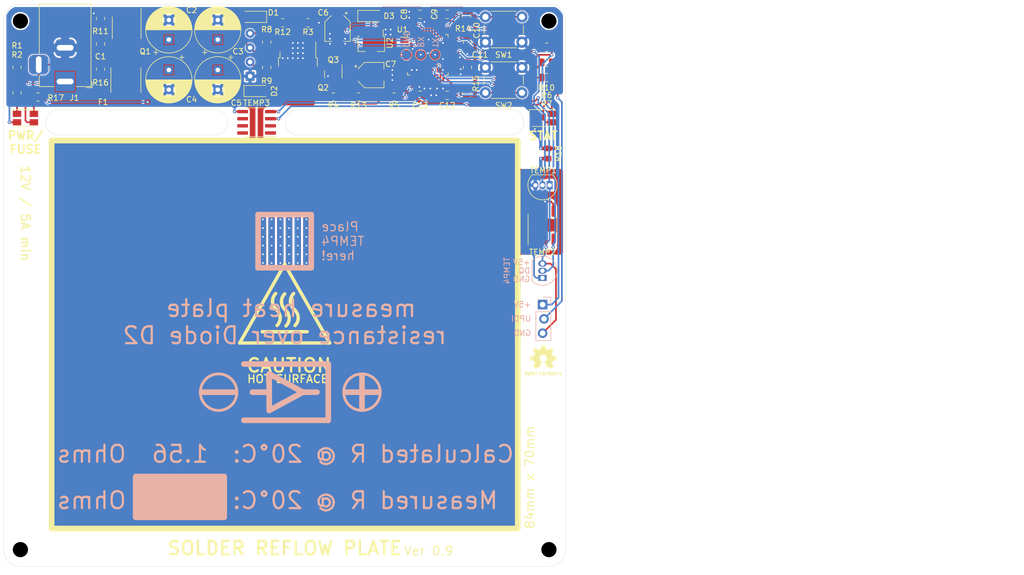
<source format=kicad_pcb>
(kicad_pcb (version 20211014) (generator pcbnew)
  (layers (0 "F.Cu" signal) (31 "B.Cu" signal) (34 "B.Paste" user) (35 "F.Paste" user) (36 "B.SilkS" user "B.Silkscreen") (37 "F.SilkS" user "F.Silkscreen") (38 "B.Mask" user) (39 "F.Mask" user) (44 "Edge.Cuts" user))
  (net 0 "")
  (net 1 "GND")
  (net 2 "+5V")
  (net 3 "VCC")
  (net 4 "/UPDI")
  (net 5 "/VCC-DIV")
  (net 6 "/I2C_SDA")
  (net 7 "/I2C_SCL")
  (net 8 "/GATE")
  (net 9 "HEATPLATE")
  (net 10 "Net-(C6-Pad1)")
  (net 11 "Net-(D2-Pad2)")
  (net 12 "Net-(F1-Pad1)")
  (net 14 "/TX0")
  (net 15 "/RX0")
  (net 36 "Net-(Q2-Pad1)")
  (net 37 "Net-(Q3-Pad1)")
  (net 48 "GNDPWR")
  (net 49 "Net-(C1-Pad2)")
  (net 50 "Net-(C1-Pad1)")
  (net 51 "Net-(J1-Pad3)")
  (net 52 "/SW_UP")
  (net 53 "/SW_DN")
  (net 54 "/TDATA_A")
  (net 55 "/TDATA_D")
  (net 56 "Net-(LED1-Pad1)")
  (net 57 "Net-(LED1-Pad3)")
  (net 58 "Net-(R7-Pad2)")
  (net 59 "Net-(R6-Pad2)")
  (net 60 "/LED_R")
  (net 61 "/LED_G")
  (footprint "Package_SO:SOIC-8_3.9x4.9mm_P1.27mm" (layer "F.Cu") (at 81.9 64.2 -90)
    (fp_text reference "Q1")
    (fp_text value "WSP4409A")
  )
  (footprint "Resistor_SMD:R_0805_2012Metric" (layer "F.Cu") (at 123.15 76.5)
    (fp_text reference "R13")
    (fp_text value "10k")
  )
  (footprint "Package_TO_SOT_SMD:SOT-23" (layer "F.Cu") (at 118.65 72.45 -90)
    (fp_text reference "Q3")
    (fp_text value "SS8050")
  )
  (footprint "Package_SO:SOIC-8_3.9x4.9mm_P1.27mm" (layer "F.Cu") (at 155.85 99.3 90)
    (fp_text reference "TEMP2")
    (fp_text value "DS18B20Z")
  )
  (footprint "Resistor_SMD:R_0805_2012Metric" (layer "F.Cu") (at 106.8 71.25 90)
    (fp_text reference "R9")
    (fp_text value "4k7")
  )
  (footprint "Capacitor_THT:CP_Radial_D8.0mm_P3.50mm" (layer "F.Cu") (at 98.1 71.697349 -90)
    (fp_text reference "C5")
    (fp_text value "680u/16V")
  )
  (footprint "Button_Switch_THT:SW_PUSH_6mm" (layer "F.Cu") (at 145.7 62.25)
    (fp_text reference "SW1")
    (fp_text value "SW_Push")
  )
  (footprint "Capacitor_SMD:CP_Elec_4x5.4" (layer "F.Cu") (at 119.4 64.35 -90)
    (fp_text reference "C6")
    (fp_text value "22u/16V")
  )
  (footprint "Resistor_SMD:R_0805_2012Metric" (layer "F.Cu") (at 62.4 71.25 -90)
    (fp_text reference "R1")
    (fp_text value "1k")
  )
  (footprint "Package_TO_SOT_SMD:TO-252-2" (layer "F.Cu") (at 112.35 72 -90)
    (fp_text reference "Q2")
    (fp_text value "IRLR8726TRPBF")
  )
  (footprint "Package_TO_SOT_SMD:SOT-89-3" (layer "F.Cu") (at 125.4 66.75 -90)
    (fp_text reference "U2")
    (fp_text value "AMS1117-5.0")
  )
  (footprint "Connector_BarrelJack:BarrelJack_Horizontal" (layer "F.Cu") (at 70.9575 73.75 -90)
    (fp_text reference "J1")
    (fp_text value "Barrel_Jack_Switch")
  )
  (footprint "Diode_SMD:D_SOD-123" (layer "F.Cu") (at 104.55 62.25 180)
    (fp_text reference "D1")
    (fp_text value "B5819W")
  )
  (footprint "NetTie:NetTie-2_SMD_Pad1.15mm" (layer "F.Cu") (at 103.4 84.625 180)
    (fp_text reference "NT1" hide)
    (fp_text value "NetTie_2")
  )
  (footprint "Capacitor_THT:CP_Radial_D8.0mm_P3.50mm" (layer "F.Cu") (at 98.1 66.302651 90)
    (fp_text reference "C3")
    (fp_text value "680u/16V")
  )
  (footprint "Resistor_SMD:R_0805_2012Metric" (layer "F.Cu") (at 156.6 67.65 180)
    (fp_text reference "R10")
    (fp_text value "4k7")
  )
  (footprint "Capacitor_SMD:C_0805_2012Metric" (layer "F.Cu") (at 138.9 76.2 180)
    (fp_text reference "C12")
    (fp_text value "100nF")
  )
  (footprint "Resistor_SMD:R_0805_2012Metric" (layer "F.Cu") (at 62.4 75.75 90)
    (fp_text reference "R2")
    (fp_text value "1k")
  )
  (footprint "Resistor_SMD:R_0805_2012Metric" (layer "F.Cu") (at 142.35 62.1 90)
    (fp_text reference "R14")
    (fp_text value "10k")
  )
  (footprint "Resistor_SMD:R_0805_2012Metric" (layer "F.Cu") (at 142.35 75.9 -90)
    (fp_text reference "R15")
    (fp_text value "10k")
  )
  (footprint "Button_Switch_THT:SW_PUSH_6mm" (layer "F.Cu") (at 152.2 75.75 180)
    (fp_text reference "SW2")
    (fp_text value "SW_Push")
  )
  (footprint "Package_QFP:TQFP-48_7x7mm_P0.5mm" (layer "F.Cu") (at 135.45 69)
    (fp_text reference "U1")
    (fp_text value "ATMEGA4809-AFR")
  )
  (footprint "Resistor_SMD:R_0805_2012Metric" (layer "F.Cu") (at 114.15 63.3)
    (fp_text reference "R3")
    (fp_text value "1k")
  )
  (footprint "Resistor_SMD:R_0805_2012Metric" (layer "F.Cu") (at 118.65 76.5 180)
    (fp_text reference "R4")
    (fp_text value "1k")
  )
  (footprint "Capacitor_SMD:CP_Elec_4x5.4" (layer "F.Cu") (at 125.4 72.6)
    (fp_text reference "C7")
    (fp_text value "22u/16V")
  )
  (footprint "Capacitor_THT:CP_Radial_D8.0mm_P3.50mm" (layer "F.Cu") (at 89.4 66.305302 90)
    (fp_text reference "C2")
    (fp_text value "680u/16V")
  )
  (footprint "Diode_SMD:D_SOD-123" (layer "F.Cu") (at 125.25 62.1)
    (fp_text reference "D3")
    (fp_text value "B5819W")
  )
  (footprint "Capacitor_SMD:C_0805_2012Metric" (layer "F.Cu") (at 134.1 61.8 180)
    (fp_text reference "C8")
    (fp_text value "100nF")
  )
  (footprint "Capacitor_THT:CP_Radial_D8.0mm_P3.50mm" (layer "F.Cu") (at 89.4 71.7 -90)
    (fp_text reference "C4")
    (fp_text value "680u/16V")
  )
  (footprint "MountingHole:MountingHole_2.7mm_M2.5" (layer "F.Cu") (at 63 63)
    (fp_text reference "H1" hide)
    (fp_text value "M2.5")
  )
  (footprint "MountingHole:MountingHole_2.7mm_M2.5" (layer "F.Cu") (at 157 157)
    (fp_text reference "H4" hide)
    (fp_text value "M2.5")
  )
  (footprint "LED_SMD:LED_Avago_PLCC4_3.2x2.8mm_CW" (layer "F.Cu") (at 63.9 80.25)
    (fp_text reference "LED1" hide)
    (fp_text value "RED/GREEN")
  )
  (footprint "Capacitor_SMD:C_0805_2012Metric" (layer "F.Cu") (at 142.5 66.75 -90)
    (fp_text reference "C10")
    (fp_text value "100nF")
  )
  (footprint "Resistor_SMD:R_0805_2012Metric" (layer "F.Cu") (at 156.75 86.55 -90)
    (fp_text reference "R18")
    (fp_text value "0")
  )
  (footprint "Resistor_SMD:R_0805_2012Metric" (layer "F.Cu") (at 77.25 62.55 90)
    (fp_text reference "R11")
    (fp_text value "10k")
  )
  (footprint "User:0.91Inch-OLED-Module" (layer "F.Cu") (at 120.64 67.92)
    (fp_text reference "OLED1" hide)
    (fp_text value "SSD1306")
  )
  (footprint "LED_SMD:LED_Avago_PLCC4_3.2x2.8mm_CW" (layer "F.Cu") (at 156 80.25)
    (fp_text reference "LED2" hide)
    (fp_text value "RED/GREEN")
  )
  (footprint "Capacitor_SMD:C_0805_2012Metric" (layer "F.Cu") (at 138.9 61.8 180)
    (fp_text reference "C9")
    (fp_text value "100nF")
  )
  (footprint "Resistor_SMD:R_0805_2012Metric" (layer "F.Cu") (at 156.6 73.05)
    (fp_text reference "R7")
    (fp_text value "1k")
  )
  (footprint "Capacitor_SMD:C_0805_2012Metric" (layer "F.Cu") (at 134.1 76.2)
    (fp_text reference "C13")
    (fp_text value "100nF")
  )
  (footprint "Package_TO_SOT_THT:TO-92_Inline" (layer "F.Cu") (at 157.12 92.19 180)
    (fp_text reference "TEMP1")
    (fp_text value "LMT85")
  )
  (footprint "Capacitor_SMD:C_0805_2012Metric" (layer "F.Cu") (at 142.5 71.25 -90)
    (fp_text reference "C11")
    (fp_text value "100nF")
  )
  (footprint "Resistor_SMD:R_0805_2012Metric" (layer "F.Cu") (at 129.45 76.5 180)
    (fp_text reference "R5")
    (fp_text value "1k")
  )
  (footprint "Capacitor_SMD:C_0805_2012Metric" (layer "F.Cu") (at 77.25 67.05 90)
    (fp_text reference "C1")
    (fp_text value "10u")
  )
  (footprint "Resistor_SMD:R_0805_2012Metric" (layer "F.Cu") (at 106.8 66.75 90)
    (fp_text reference "R8")
    (fp_text value "4k7")
  )
  (footprint "MountingHole:MountingHole_2.7mm_M2.5" (layer "F.Cu") (at 63 157)
    (fp_text reference "H3" hide)
    (fp_text value "M2.5")
  )
  (footprint "Symbol:OSHW-Logo2_7.3x6mm_SilkScreen" (layer "F.Cu") (at 156 123.45)
    (fp_text reference "LOGO1" hide)
    (fp_text value "Logo_Open_Hardware_Small" hide)
  )
  (footprint "Diode_SMD:D_SOD-123" (layer "F.Cu") (at 105 75.45)
    (fp_text reference "D2")
    (fp_text value "B5819W")
  )
  (footprint "Resistor_SMD:R_0805_2012Metric" (layer "F.Cu") (at 66.15 76.5)
    (fp_text reference "R17")
    (fp_text value "47")
  )
  (footprint "MountingHole:MountingHole_2.7mm_M2.5" (layer "F.Cu") (at 157 63)
    (fp_text reference "H2" hide)
    (fp_text value "M2.5")
  )
  (footprint "Package_SO:SOIC-8_3.9x4.9mm_P1.27mm" (layer "F.Cu") (at 105 81 180)
    (fp_text reference "TEMP3")
    (fp_text value "DS18B20Z")
  )
  (footprint "NetTie:NetTie-2_SMD_Pad1.15mm" (layer "F.Cu") (at 106.6 84.625)
    (fp_text reference "NT2" hide)
    (fp_text value "NetTie_2")
  )
  (footprint "Fuse:Fuse_2920_7451Metric" (layer "F.Cu") (at 81.75 73.5 90)
    (fp_text reference "F1")
    (fp_text value "5A")
  )
  (footprint "Resistor_SMD:R_0805_2012Metric" (layer "F.Cu") (at 77.25 71.55 90)
    (fp_text reference "R16")
    (fp_text value "47")
  )
  (footprint "Resistor_SMD:R_0805_2012Metric" (layer "F.Cu") (at 109.65 63.3)
    (fp_text reference "R12")
    (fp_text value "10k")
  )
  (footprint "Resistor_SMD:R_0805_2012Metric" (layer "F.Cu") (at 156.6 70.35)
    (fp_text reference "R6")
    (fp_text value "1k")
  )
  (footprint "Package_TO_SOT_THT:TO-92_Inline" (layer "B.Cu") (at 155.85 108.67 90)
    (fp_text reference "TEMP4")
    (fp_text value "DS18B20")
  )
  (footprint "Connector_PinHeader_2.54mm:PinHeader_1x03_P2.54mm_Vertical" (layer "B.Cu") (at 156 113.425 180)
    (fp_text reference "UPDI1" hide)
    (fp_text value "1x03_2.54mm")
  )
  (footprint "TestPoint:TestPoint_Pad_D1.5mm" (layer "B.Cu") (at 131.66 69)
    (fp_text reference "TP3" hide)
    (fp_text value "TestPoint")
  )
  (footprint "TestPoint:TestPoint_Pad_D1.5mm" (layer "B.Cu") (at 136.74 69)
    (fp_text reference "TP1" hide)
    (fp_text value "TestPoint")
  )
  (footprint "TestPoint:TestPoint_Pad_D1.5mm" (layer "B.Cu") (at 134.2 69)
    (fp_text reference "TP2" hide)
    (fp_text value "TestPoint")
  )
  (gr_line (start 107.25 129) (end 104.25 129) (layer "B.SilkS") (width 1))
  (gr_line (start 117.75 134) (end 102.75 134) (layer "B.SilkS") (width 1))
  (gr_line (start 126.75 129) (end 120.75 129) (layer "B.SilkS") (width 1))
  (gr_line (start 117.75 134) (end 117.75 124) (layer "B.SilkS") (width 1))
  (gr_line (start 117.75 124) (end 102.75 124) (layer "B.SilkS") (width 1))
  (gr_circle (center 98.25 129) (end 95 129) (layer "B.SilkS") (width 0.5) (fill none))
  (gr_circle (center 123.75 129) (end 120.5 129) (layer "B.SilkS") (width 0.5) (fill none))
  (gr_line (start 107.25 125.75) (end 113.25 129) (layer "B.SilkS") (width 1))
  (gr_line (start 101.25 129) (end 95.25 129) (layer "B.SilkS") (width 1))
  (gr_line (start 107.25 132.25) (end 107.25 125.75) (layer "B.SilkS") (width 1))
  (gr_line (start 105.275 106.875) (end 114.725 106.875) (layer "B.SilkS") (width 1))
  (gr_line (start 105.275 106.875) (end 105.275 97.425) (layer "B.SilkS") (width 1))
  (gr_line (start 114.725 106.875) (end 114.725 97.425) (layer "B.SilkS") (width 1))
  (gr_line (start 112.75 129) (end 115.75 129) (layer "B.SilkS") (width 1))
  (gr_line (start 123.75 132) (end 123.75 126) (layer "B.SilkS") (width 1))
  (gr_line (start 113.25 129) (end 107.25 132.25) (layer "B.SilkS") (width 1))
  (gr_rect (start 83.5 144) (end 99.25 151.25) (layer "B.SilkS") (width 1) (fill solid))
  (gr_line (start 105.275 97.425) (end 114.725 97.425) (layer "B.SilkS") (width 1))
  (gr_arc (start 108.4 114.181) (mid 107.981618 113.55435) (end 107.834891 112.815293) (layer "F.SilkS") (width 0.6))
  (gr_arc (start 108.634 114.416) (mid 109.052458 115.042267) (end 109.199402 115.781) (layer "F.SilkS") (width 0.6))
  (gr_line locked (start 102 120.25) (end 110 106.25) (layer "F.SilkS") (width 0.6))
  (gr_line locked (start 110 114.25) (end 110.234 114.484) (layer "F.SilkS") (width 0.6))
  (gr_line locked (start 102 120.25) (end 118 120.25) (layer "F.SilkS") (width 0.6))
  (gr_arc (start 111.6 114.181) (mid 111.181618 113.55435) (end 111.034891 112.815293) (layer "F.SilkS") (width 0.6))
  (gr_arc (start 110 114.25) (mid 109.581235 113.623274) (end 109.434184 112.884) (layer "F.SilkS") (width 0.6))
  (gr_arc (start 110.8 115.85) (mid 110.653011 116.588962) (end 110.234423 117.215423) (layer "F.SilkS") (width 0.6))
  (gr_line (start 68.55 84.25) (end 68.55 153.25) (layer "F.SilkS") (width 1))
  (gr_arc (start 109.2 115.781) (mid 109.053011 116.519962) (end 108.634423 117.146423) (layer "F.SilkS") (width 0.6))
  (gr_arc (start 107.834 112.816) (mid 107.981065 112.076656) (end 108.39987 111.44987) (layer "F.SilkS") (width 0.6))
  (gr_arc (start 110.234 114.484) (mid 110.652841 115.110344) (end 110.800109 115.849293) (layer "F.SilkS") (width 0.6))
  (gr_arc (start 111.834 114.416) (mid 112.252458 115.042267) (end 112.399402 115.781) (layer "F.SilkS") (width 0.6))
  (gr_arc (start 112.4 115.781) (mid 112.253011 116.519962) (end 111.834423 117.146423) (layer "F.SilkS") (width 0.6))
  (gr_line locked (start 106 118.25) (end 114 118.25) (layer "F.SilkS") (width 0.6))
  (gr_line (start 151.45 84.25) (end 68.55 84.25) (layer "F.SilkS") (width 1))
  (gr_arc (start 111.034 112.816) (mid 111.181065 112.076656) (end 111.59987 111.44987) (layer "F.SilkS") (width 0.6))
  (gr_arc (start 109.434 112.884) (mid 109.581065 112.144656) (end 109.99987 111.51787) (layer "F.SilkS") (width 0.6))
  (gr_line locked (start 110 106.25) (end 118 120.25) (layer "F.SilkS") (width 0.6))
  (gr_line (start 151.45 153.25) (end 68.55 153.25) (layer "F.SilkS") (width 1))
  (gr_line locked (start 108.4 114.181) (end 108.634 114.416) (layer "F.SilkS") (width 0.6))
  (gr_line (start 151.45 84.25) (end 151.45 153.25) (layer "F.SilkS") (width 1))
  (gr_line locked (start 111.6 114.181) (end 111.834 114.416) (layer "F.SilkS") (width 0.6))
  (gr_arc (start 63 160) (mid 60.87868 159.12132) (end 60 157) (layer "Edge.Cuts") (width 0.05))
  (gr_line (start 60 157) (end 60 63) (layer "Edge.Cuts") (width 0.05))
  (gr_arc (start 69.75 83.25) (mid 67.5 81) (end 69.75 78.75) (layer "Edge.Cuts") (width 0.05))
  (gr_line (start 97.65 78.75) (end 69.75 78.75) (layer "Edge.Cuts") (width 0.05))
  (gr_arc (start 157 60) (mid 159.12132 60.87868) (end 160 63) (layer "Edge.Cuts") (width 0.05))
  (gr_arc (start 160 157) (mid 159.12132 159.12132) (end 157 160) (layer "Edge.Cuts") (width 0.05))
  (gr_arc (start 112.35 83.25) (mid 110.1 81) (end 112.35 78.75) (layer "Edge.Cuts") (width 0.05))
  (gr_line (start 157 160) (end 63 160) (layer "Edge.Cuts") (width 0.05))
  (gr_line (start 69.75 83.25) (end 97.65 83.25) (layer "Edge.Cuts") (width 0.05))
  (gr_arc (start 150.3 78.75) (mid 152.55 81) (end 150.3 83.25) (layer "Edge.Cuts") (width 0.05))
  (gr_line (start 150.3 83.25) (end 112.35 83.25) (layer "Edge.Cuts") (width 0.05))
  (gr_arc (start 60 63) (mid 60.87868 60.87868) (end 63 60) (layer "Edge.Cuts") (width 0.05))
  (gr_line (start 63 60) (end 157 60) (layer "Edge.Cuts") (width 0.05))
  (gr_line (start 112.35 78.75) (end 150.3 78.75) (layer "Edge.Cuts") (width 0.05))
  (gr_arc (start 97.65 78.75) (mid 99.9 81) (end 97.65 83.25) (layer "Edge.Cuts") (width 0.05))
  (gr_line (start 160 63) (end 160 157) (layer "Edge.Cuts") (width 0.05))
  (gr_text "UPDI" (at 153.9 115.95) (layer "B.SilkS") (effects (font (size 1 1)) (justify left mirror)))
  (gr_text "GND" (at 131.66 67.8 270) (layer "B.SilkS") (effects (font (size 1 1)) (justify left mirror)))
  (gr_text "Place\nTEMP4\nhere!" (at 116.4 102.15) (layer "B.SilkS") (effects (font (size 1.6 1.6) (thickness 0.2)) (justify right mirror)))
  (gr_text "TX" (at 136.74 67.8 270) (layer "B.SilkS") (effects (font (size 1 1)) (justify left mirror)))
  (gr_text "DQ" (at 153.75 107.4) (layer "B.SilkS") (effects (font (size 1 1)) (justify left mirror)))
  (gr_text "RX" (at 134.2 67.8 270) (layer "B.SilkS") (effects (font (size 1 1)) (justify left mirror)))
  (gr_text "1.56  Ohms" (at 69.25 140) (layer "B.SilkS") (effects (font (size 3 3) (thickness 0.4)) (justify right mirror)))
  (gr_text "Measured R @ 20°C:" (at 100.5 148.25) (layer "B.SilkS") (effects (font (size 3 3) (thickness 0.4)) (justify right mirror)))
  (gr_text "Calculated R @ 20°C:" (at 100.5 140) (layer "B.SilkS") (effects (font (size 3 3) (thickness 0.4)) (justify right mirror)))
  (gr_text "measure heat plate \nresistance over Diode D2" (at 110 116.5) (layer "B.SilkS") (effects (font (size 3 3) (thickness 0.4)) (justify mirror)))
  (gr_text "+5V" (at 153.9 113.4) (layer "B.SilkS") (effects (font (size 1 1)) (justify left mirror)))
  (gr_text "GND" (at 153.75 108.9) (layer "B.SilkS") (effects (font (size 1 1)) (justify left mirror)))
  (gr_text "Ohms" (at 69.25 148.25) (layer "B.SilkS") (effects (font (size 3 3) (thickness 0.4)) (justify right mirror)))
  (gr_text "+5V" (at 153.75 105.9) (layer "B.SilkS") (effects (font (size 1 1)) (justify left mirror)))
  (gr_text "GND" (at 153.9 118.5) (layer "B.SilkS") (effects (font (size 1 1)) (justify left mirror)))
  (gr_text "Ver 0.9" (at 131.1 157.2) (layer "F.SilkS") (effects (font (size 1.6 1.6) (thickness 0.2)) (justify left)))
  (gr_text "CAUTION" (at 103 124.25) (layer "F.SilkS") (effects (font (size 2.4 2.4) (thickness 0.4)) (justify left)))
  (gr_text "12V / 5A min" (at 63.9 88.5 270) (layer "F.SilkS") (effects (font (size 1.6 1.6) (thickness 0.25)) (justify left)))
  (gr_text "HOT SURFACE" (at 103.2 126.65) (layer "F.SilkS") (effects (font (size 1.4 1.4) (thickness 0.24)) (justify left)))
  (gr_text "STAT" (at 156 83.4) (layer "F.SilkS") (effects (font (size 1.5 1.5) (thickness 0.3))))
  (gr_text "PWR/\nFUSE" (at 63.9 84.6) (layer "F.SilkS") (effects (font (size 1.5 1.5) (thickness 0.3))))
  (gr_text "84mm x 70mm" (at 153.6 153.45 90) (layer "F.SilkS") (effects (font (size 1.6 1.6) (thickness 0.2)) (justify left)))
  (gr_text "SOLDER REFLOW PLATE" (at 110 156.75) (layer "F.SilkS") (effects (font (size 2.4 2.4) (thickness 0.4))))
  (segment (start 139.6125 69.75) (end 140.85 69.75) (width 0.3) (layer "F.Cu") (net 1))
  (segment (start 135.6 66.3) (end 135.2 65.9) (width 0.3) (layer "F.Cu") (net 1))
  (segment (start 134.85 63.15) (end 135.2 63.5) (width 0.3) (layer "F.Cu") (net 1))
  (segment (start 136.05 76.2) (end 136.95 76.2) (width 0.6) (layer "F.Cu") (net 1))
  (segment (start 115.0625 63.3) (end 116.1 63.3) (width 0.6) (layer "F.Cu") (net 1))
  (segment (start 133.7 73.1625) (end 133.7 71.9) (width 0.3) (layer "F.Cu") (net 1))
  (segment (start 135.2 63.5) (end 135.2 64.8375) (width 0.3) (layer "F.Cu") (net 1))
  (segment (start 137.95 61.8) (end 136.8 61.8) (width 0.6) (layer "F.Cu") (net 1))
  (segment (start 156.7375 85.65) (end 156.75 85.6375) (width 0.6) (layer "F.Cu") (net 1))
  (segment (start 135.2 65.9) (end 135.2 64.8375) (width 0.3) (layer "F.Cu") (net 1))
  (segment (start 133.7 74.45) (end 133.7 73.1625) (width 0.3) (layer "F.Cu") (net 1))
  (segment (start 133.95 74.7) (end 133.7 74.45) (width 0.3) (layer "F.Cu") (net 1))
  (segment (start 140.85 69.75) (end 141.15 69.45) (width 0.3) (layer "F.Cu") (net 1))
  (segment (start 62.4 81) (end 61.05 81) (width 0.3) (layer "F.Cu") (net 1))
  (segment (start 117.7 71.5125) (end 117.7 72.8) (width 0.6) (layer "F.Cu") (net 1))
  (segment (start 155.55 85.65) (end 156.7375 85.65) (width 0.6) (layer "F.Cu") (net 1))
  (segment (start 156.7625 85.65) (end 156.75 85.6375) (width 0.6) (layer "F.Cu") (net 1))
  (segment (start 154.5 81) (end 154.5 82.2) (width 0.6) (layer "F.Cu") (net 1))
  (segment (start 135.05 76.2) (end 136.05 76.2) (width 0.6) (layer "F.Cu") (net 1))
  (segment (start 133.7 71.9) (end 133.5 71.7) (width 0.3) (layer "F.Cu") (net 1))
  (segment (start 139.6125 69.75) (end 138.15 69.75) (width 0.3) (layer "F.Cu") (net 1))
  (segment (start 136.95 76.2) (end 137.95 76.2) (width 0.6) (layer "F.Cu") (net 1))
  (segment (start 77.25 61.6375) (end 76.05 61.6375) (width 0.3) (layer "F.Cu") (net 1))
  (segment (start 158.55 85.65) (end 156.7625 85.65) (width 0.6) (layer "F.Cu") (net 1))
  (segment (start 142.5 67.7) (end 142.5 68.85) (width 0.6) (layer "F.Cu") (net 1))
  (segment (start 154.5 79.5) (end 154.5 81) (width 0.6) (layer "F.Cu") (net 1))
  (segment (start 102.525 79.095) (end 101.1 79.095) (width 0.3) (layer "F.Cu") (net 1))
  (via (at 112.35 67.8) (size 0.6) (drill 0.3) (layers "F.Cu" "B.Cu") (net 1))
  (via (at 117.7 72.8) (size 0.6) (drill 0.3) (layers "F.Cu" "B.Cu") (net 1))
  (via (at 133.95 74.7) (size 0.6) (drill 0.3) (layers "F.Cu" "B.Cu") (net 1))
  (via (at 111.45 69.6) (size 0.6) (drill 0.3) (layers "F.Cu" "B.Cu") (net 1))
  (via (at 113.25 69.6) (size 0.6) (drill 0.3) (layers "F.Cu" "B.Cu") (net 1))
  (via (at 136.05 76.2) (size 0.6) (drill 0.3) (layers "F.Cu" "B.Cu") (net 1))
  (via (at 138.15 69.75) (size 0.6) (drill 0.3) (layers "F.Cu" "B.Cu") (net 1))
  (via (at 134.85 63.15) (size 0.6) (drill 0.3) (layers "F.Cu" "B.Cu") (net 1))
  (via (at 138.15 66.9) (size 0.6) (drill 0.3) (layers "F.Cu" "B.Cu") (net 1))
  (via (at 142.5 68.85) (size 0.6) (drill 0.3) (layers "F.Cu" "B.Cu") (net 1))
  (via (at 120.75 66.15) (size 0.6) (drill 0.3) (layers "F.Cu" "B.Cu") (net 1))
  (via (at 118.05 66.15) (size 0.6) (drill 0.3) (layers "F.Cu" "B.Cu") (net 1))
  (via (at 135.45 68.7) (size 0.6) (drill 0.3) (layers "F.Cu" "B.Cu") (net 1))
  (via (at 116.1 63.3) (size 0.6) (drill 0.3) (layers "F.Cu" "B.Cu") (net 1))
  (via (at 111.45 66.9) (size 0.6) (drill 0.3) (layers "F.Cu" "B.Cu") (net 1))
  (via (at 129.15 72.6) (size 0.6) (drill 0.3) (layers "F.Cu" "B.Cu") (net 1))
  (via (at 135.6 66.3) (size 0.6) (drill 0.3) (layers "F.Cu" "B.Cu") (net 1))
  (via (at 118.05 67.05) (size 0.6) (drill 0.3) (layers "F.Cu" "B.Cu") (net 1))
  (via (at 138.15 71.7) (size 0.6) (drill 0.3) (layers "F.Cu" "B.Cu") (net 1))
  (via (at 112.35 66.9) (size 0.6) (drill 0.3) (layers "F.Cu" "B.Cu") (net 1))
  (via (at 101.1 79.095) (size 0.6) (drill 0.3) (layers "F.Cu" "B.Cu") (net 1))
  (via (at 118.05 65.25) (size 0.6) (drill 0.3) (layers "F.Cu" "B.Cu") (net 1))
  (via (at 132.75 67.95) (size 0.6) (drill 0.3) (layers "F.Cu" "B.Cu") (net 1))
  (via (at 136.8 61.8) (size 0.6) (drill 0.3) (layers "F.Cu" "B.Cu") (net 1))
  (via (at 155.55 85.65) (size 0.6) (drill 0.3) (layers "F.Cu" "B.Cu") (net 1))
  (via (at 61.05 81) (size 0.6) (drill 0.3) (layers "F.Cu" "B.Cu") (net 1))
  (via (at 112.35 68.7) (size 0.6) (drill 0.3) (layers "F.Cu" "B.Cu") (net 1))
  (via (at 127.95 65.4) (size 0.6) (drill 0.3) (layers "F.Cu" "B.Cu") (net 1))
  (via (at 128.85 65.4) (size 0.6) (drill 0.3) (layers "F.Cu" "B.Cu") (net 1))
  (via (at 127.95 64.5) (size 0.6) (drill 0.3) (layers "F.Cu" "B.Cu") (net 1))
  (via (at 141.3 72.45) (size 0.6) (drill 0.3) (layers "F.Cu" "B.Cu") (net 1))
  (via (at 137.1 75) (size 0.6) (drill 0.3) (layers "F.Cu" "B.Cu") (net 1))
  (via (at 113.25 68.7) (size 0.6) (drill 0.3) (layers "F.Cu" "B.Cu") (net 1))
  (via (at 132.15 62.4) (size 0.6) (drill 0.3) (layers "F.Cu" "B.Cu") (net 1))
  (via (at 129.15 71.7) (size 0.6) (drill 0.3) (layers "F.Cu" "B.Cu") (net 1))
  (via (at 154.5 82.2) (size 0.6) (drill 0.3) (layers "F.Cu" "B.Cu") (net 1))
  (via (at 76.05 61.6375) (size 0.6) (drill 0.3) (layers "F.Cu" "B.Cu") (net 1))
  (via (at 112.35 69.6) (size 0.6) (drill 0.3) (layers "F.Cu" "B.Cu") (net 1))
  (via (at 129.15 73.5) (size 0.6) (drill 0.3) (layers "F.Cu" "B.Cu") (net 1))
  (via (at 141.3 71.55) (size 0.6) (drill 0.3) (layers "F.Cu" "B.Cu") (net 1))
  (via (at 111.45 67.8) (size 0.6) (drill 0.3) (layers "F.Cu" "B.Cu") (net 1))
  (via (at 110.55 69.6) (size 0.6) (drill 0.3) (layers "F.Cu" "B.Cu") (net 1))
  (via (at 133.5 71.7) (size 0.6) (drill 0.3) (layers "F.Cu" "B.Cu") (net 1))
  (via (at 113.25 66.9) (size 0.6) (drill 0.3) (layers "F.Cu" "B.Cu") (net 1))
  (via (at 109.65 69.6) (size 0.6) (drill 0.3) (layers "F.Cu" "B.Cu") (net 1))
  (via (at 141.15 69.45) (size 0.6) (drill 0.3) (layers "F.Cu" "B.Cu") (net 1))
  (via (at 132.6 71.7) (size 0.6) (drill 0.3) (layers "F.Cu" "B.Cu") (net 1))
  (via (at 132.15 61.35) (size 0.6) (drill 0.3) (layers "F.Cu" "B.Cu") (net 1))
  (via (at 120.75 67.05) (size 0.6) (drill 0.3) (layers "F.Cu" "B.Cu") (net 1))
  (via (at 111.45 68.7) (size 0.6) (drill 0.3) (layers "F.Cu" "B.Cu") (net 1))
  (via (at 138.15 75) (size 0.6) (drill 0.3) (layers "F.Cu" "B.Cu") (net 1))
  (via (at 134.85 75) (size 0.6) (drill 0.3) (layers "F.Cu" "B.Cu") (net 1))
  (via (at 135.9 75) (size 0.6) (drill 0.3) (layers "F.Cu" "B.Cu") (net 1))
  (via (at 136.95 76.2) (size 0.6) (drill 0.3) (layers "F.Cu" "B.Cu") (net 1))
  (via (at 113.25 67.8) (size 0.6) (drill 0.3) (layers "F.Cu" "B.Cu") (net 1))
  (via (at 158.55 85.65) (size 0.6) (drill 0.3) (layers "F.Cu" "B.Cu") (net 1))
  (via (at 128.85 64.5) (size 0.6) (drill 0.3) (layers "F.Cu" "B.Cu") (net 1))
  (segment (start 101.1 78.197349) (end 98.1 75.197349) (width 0.3) (layer "B.Cu") (net 1))
  (segment (start 157.475 113.425) (end 155.873 113.425) (width 0.3) (layer "B.Cu") (net 1))
  (segment (start 158.55 90.45) (end 158.7 90.6) (width 0.3) (layer "B.Cu") (net 1))
  (segment (start 61.05 81) (end 61.05 77.7) (width 0.3) (layer "B.Cu") (net 1))
  (segment (start 158.55 90.3) (end 158.55 90.45) (width 0.3) (layer "B.Cu") (net 1))
  (segment (start 158.7 112.2) (end 157.475 113.425) (width 0.3) (layer "B.Cu") (net 1))
  (segment (start 158.55 85.35) (end 158.55 78.3) (width 0.6) (layer "B.Cu") (net 1))
  (segment (start 158.7 90.6) (end 158.7 112.2) (width 0.3) (layer "B.Cu") (net 1))
  (segment (start 158.55 85.35) (end 158.55 90.3) (width 0.6) (layer "B.Cu") (net 1))
  (segment (start 101.1 79.095) (end 101.1 78.197349) (width 0.3) (layer "B.Cu") (net 1))
  (segment (start 124.2 68.25) (end 125.4 67.05) (width 0.3) (layer "F.Cu") (net 2))
  (segment (start 142.5 76.6625) (end 143.5375 76.6625) (width 0.6) (layer "F.Cu") (net 2))
  (segment (start 155.6875 67.65) (end 155.6875 67.4875) (width 0.3) (layer "F.Cu") (net 2))
  (segment (start 158.25 107.1) (end 157.28 106.13) (width 0.3) (layer "F.Cu") (net 2))
  (segment (start 125.55 76.5) (end 124.0625 76.5) (width 0.6) (layer "F.Cu") (net 2))
  (segment (start 155.1 76.65) (end 154.5 77.25) (width 0.3) (layer "F.Cu") (net 2))
  (segment (start 121.8 69.6) (end 123.15 68.25) (width 0.3) (layer "F.Cu") (net 2))
  (segment (start 117.45 69.6) (end 121.8 69.6) (width 0.3) (layer "F.Cu") (net 2))
  (segment (start 143.85 65.1) (end 143.85 62.4) (width 0.6) (layer "F.Cu") (net 2))
  (segment (start 108.3 71.7) (end 107.8375 72.1625) (width 0.3) (layer "F.Cu") (net 2))
  (segment (start 127.05 75) (end 125.55 76.5) (width 0.6) (layer "F.Cu") (net 2))
  (segment (start 109.2 66.15) (end 115.5 66.15) (width 0.3) (layer "F.Cu") (net 2))
  (segment (start 135.05 61.55) (end 134.1 60.6) (width 0.3) (layer "F.Cu") (net 2))
  (segment (start 108.3 67.05) (end 109.2 66.15) (width 0.3) (layer "F.Cu") (net 2))
  (segment (start 131.1 75) (end 127.05 75) (width 0.6) (layer "F.Cu") (net 2))
  (segment (start 134.25 77.55) (end 141.45 77.55) (width 0.6) (layer "F.Cu") (net 2))
  (segment (start 142.5 70.3) (end 143.75 70.3) (width 0.3) (layer "F.Cu") (net 2))
  (segment (start 143.55 76.65) (end 143.5375 76.6625) (width 0.3) (layer "F.Cu") (net 2))
  (segment (start 139.6125 70.25) (end 142.45 70.25) (width 0.3) (layer "F.Cu") (net 2))
  (segment (start 107.8375 72.1625) (end 106.8 72.1625) (width 0.3) (layer "F.Cu") (net 2))
  (segment (start 108.2875 67.6625) (end 108.3 67.65) (width 0.3) (layer "F.Cu") (net 2))
  (segment (start 143.85 76.65) (end 143.55 76.65) (width 0.3) (layer "F.Cu") (net 2))
  (segment (start 144.45 77.25) (end 143.85 76.65) (width 0.3) (layer "F.Cu") (net 2))
  (segment (start 155.873 118.505) (end 158.25 116.128) (width 0.3) (layer "F.Cu") (net 2))
  (segment (start 126.9 61.2) (end 126.9 62.1) (width 0.3) (layer "F.Cu") (net 2))
  (segment (start 107.475 80.365) (end 108.9 80.365) (width 0.3) (layer "F.Cu") (net 2))
  (segment (start 135.7 62.7) (end 135.05 62.05) (width 0.3) (layer "F.Cu") (net 2))
  (segment (start 143.85 70.2) (end 143.85 69) (width 0.6) (layer "F.Cu") (net 2))
  (segment (start 108.3 67.65) (end 108.3 67.05) (width 0.3) (layer "F.Cu") (net 2))
  (segment (start 126 62.1) (end 126.9 62.1) (width 0.3) (layer "F.Cu") (net 2))
  (segment (start 141.6 60.6) (end 136.05 60.6) (width 0.3) (layer "F.Cu") (net 2))
  (segment (start 133.15 76.45) (end 134.25 77.55) (width 0.6) (layer "F.Cu") (net 2))
  (segment (start 115.5 66.15) (end 115.95 66.6) (width 0.3) (layer "F.Cu") (net 2))
  (segment (start 141.45 77.55) (end 142.3375 76.6625) (width 0.6) (layer "F.Cu") (net 2))
  (segment (start 155.6875 67.4875) (end 153.3 65.1) (width 0.3) (layer "F.Cu") (net 2))
  (segment (start 156.485 101.775) (end 156.485 103.2) (width 0.3) (layer "F.Cu") (net 2))
  (segment (start 105.7425 72.1625) (end 103.85 70.27) (width 0.3) (layer "F.Cu") (net 2))
  (segment (start 134.1 60.6) (end 127.5 60.6) (width 0.3) (layer "F.Cu") (net 2))
  (segment (start 136.05 60.6) (end 135.05 61.6) (width 0.3) (layer "F.Cu") (net 2))
  (segment (start 143.85 76.35) (end 143.85 70.2) (width 0.6) (layer "F.Cu") (net 2))
  (segment (start 106.8 67.6625) (end 108.2875 67.6625) (width 0.3) (layer "F.Cu") (net 2))
  (segment (start 154.5 77.25) (end 144.45 77.25) (width 0.3) (layer "F.Cu") (net 2))
  (segment (start 115.95 68.1) (end 117.45 69.6) (width 0.3) (layer "F.Cu") (net 2))
  (segment (start 123.15 68.25) (end 124.2 68.25) (width 0.3) (layer "F.Cu") (net 2))
  (segment (start 125.4 62.7) (end 126 62.1) (width 0.3) (layer "F.Cu") (net 2))
  (segment (start 106.8 72.1625) (end 105.7425 72.1625) (width 0.3) (layer "F.Cu") (net 2))
  (segment (start 133.15 76.2) (end 132.3 76.2) (width 0.6) (layer "F.Cu") (net 2))
  (segment (start 142.3375 61.3375) (end 141.6 60.6) (width 0.3) (layer "F.Cu") (net 2))
  (segment (start 125.4 65.1875) (end 125.4 62.7) (width 0.3) (layer "F.Cu") (net 2))
  (segment (start 157.28 106.13) (end 155.85 106.13) (width 0.3) (layer "F.Cu") (net 2))
  (segment (start 133.2 73.1625) (end 133.2 76.15) (width 0.3) (layer "F.Cu") (net 2))
  (segment (start 108.3 67.65) (end 108.3 71.7) (width 0.3) (layer "F.Cu") (net 2))
  (segment (start 143.5375 76.6625) (end 143.85 76.35) (width 0.6) (layer "F.Cu") (net 2))
  (segment (start 127.5 60.6) (end 126.9 61.2) (width 0.3) (layer "F.Cu") (net 2))
  (segment (start 135.7 64.8375) (end 135.7 62.7) (width 0.3) (layer "F.Cu") (net 2))
  (segment (start 143.85 62.4) (end 142.7875 61.3375) (width 0.6) (layer "F.Cu") (net 2))
  (segment (start 115.95 66.6) (end 115.95 68.1) (width 0.3) (layer "F.Cu") (net 2))
  (segment (start 153.3 65.1) (end 143.85 65.1) (width 0.3) (layer "F.Cu") (net 2))
  (segment (start 143.85 69) (end 143.85 65.1) (width 0.6) (layer "F.Cu") (net 2))
  (segment (start 143.75 70.3) (end 143.85 70.2) (width 0.3) (layer "F.Cu") (net 2))
  (segment (start 158.25 116.128) (end 158.25 107.1) (width 0.3) (layer "F.Cu") (net 2))
  (segment (start 132.3 76.2) (end 131.1 75) (width 0.6) (layer "F.Cu") (net 2))
  (via (at 156.485 103.2) (size 0.6) (drill 0.3) (layers "F.Cu" "B.Cu") (net 2))
  (via (at 155.1 76.65) (size 0.6) (drill 0.3) (layers "F.Cu" "B.Cu") (net 2))
  (via (at 108.9 80.365) (size 0.6) (drill 0.3) (layers "F.Cu" "B.Cu") (net 2))
  (via (at 134.25 77.55) (size 0.6) (drill 0.3) (layers "F.Cu" "B.Cu") (net 2))
  (segment (start 157.05 79.5) (end 157.05 92.12) (width 0.3) (layer "B.Cu") (net 2))
  (segment (start 111.115 78.15) (end 133.65 78.15) (width 0.3) (layer "B.Cu") (net 2))
  (segment (start 108.9 80.365) (end 111.115 78.15) (width 0.3) (layer "B.Cu") (net 2))
  (segment (start 133.65 78.15) (end 134.25 77.55) (width 0.3) (layer "B.Cu") (net 2))
  (segment (start 155.1 77.55) (end 157.05 79.5) (width 0.3) (layer "B.Cu") (net 2))
  (segment (start 156.485 102.565) (end 157.12 101.93) (width 0.3) (layer "B.Cu") (net 2))
  (segment (start 157.05 92.12) (end 157.12 92.19) (width 0.3) (layer "B.Cu") (net 2))
  (segment (start 157.12 101.93) (end 157.12 92.76) (width 0.3) (layer "B.Cu") (net 2))
  (segment (start 156.485 103.2) (end 156.485 102.565) (width 0.3) (layer "B.Cu") (net 2))
  (segment (start 156.485 104.365) (end 155.85 105) (width 0.3) (layer "B.Cu") (net 2))
  (segment (start 155.1 76.65) (end 155.1 77.55) (width 0.3) (layer "B.Cu") (net 2))
  (segment (start 156.485 103.2) (end 156.485 104.365) (width 0.3) (layer "B.Cu") (net 2))
  (segment (start 155.85 105) (end 155.85 106.13) (width 0.3) (layer "B.Cu") (net 2))
  (segment (start 67.0625 76.6625) (end 67.0625 76.5) (width 0.3) (layer "F.Cu") (net 3))
  (segment (start 108.9 70.8) (end 108.9 72) (width 0.3) (layer "F.Cu") (net 3))
  (segment (start 109.35 70.35) (end 108.9 70.8) (width 0.3) (layer "F.Cu") (net 3))
  (segment (start 117.7375 76.5) (end 116.85 76.5) (width 0.3) (layer "F.Cu") (net 3))
  (segment (start 108.9 72) (end 107.7 73.2) (width 0.3) (layer "F.Cu") (net 3))
  (segment (start 116.85 76.5) (end 116.4 76.05) (width 0.3) (layer "F.Cu") (net 3))
  (segment (start 107.7 73.2) (end 105.75 73.2) (width 0.3) (layer "F.Cu") (net 3))
  (segment (start 67.8 77.4) (end 67.0625 76.6625) (width 0.3) (layer "F.Cu") (net 3))
  (segment (start 105.75 73.2) (end 103.5 75.45) (width 0.3) (layer "F.Cu") (net 3))
  (segment (start 116.4 71.25) (end 115.5 70.35) (width 0.3) (layer "F.Cu") (net 3))
  (segment (start 116.4 76.05) (end 116.4 71.25) (width 0.3) (layer "F.Cu") (net 3))
  (segment (start 115.5 70.35) (end 109.35 70.35) (width 0.3) (layer "F.Cu") (net 3))
  (via (at 67.8 77.4) (size 0.6) (drill 0.3) (layers "F.Cu" "B.Cu") (net 3))
  (via (at 85.65 77.4) (size 0.6) (drill 0.3) (layers "F.Cu" "B.Cu") (net 3))
  (segment (start 67.8 77.4) (end 85.65 77.4) (width 0.3) (layer "B.Cu") (net 3))
  (segment (start 139.95 63) (end 136.65 63) (width 0.3) (layer "F.Cu") (net 4))
  (segment (start 141.3 64.35) (end 139.95 63) (width 0.3) (layer "F.Cu") (net 4))
  (segment (start 136.65 63) (end 136.2 63.45) (width 0.3) (layer "F.Cu") (net 4))
  (segment (start 155.55 66.45) (end 153.45 64.35) (width 0.3) (layer "F.Cu") (net 4))
  (segment (start 158.55 76.65) (end 158.55 66.9) (width 0.3) (layer "F.Cu") (net 4))
  (segment (start 136.2 63.45) (end 136.2 64.8375) (width 0.3) (layer "F.Cu") (net 4))
  (segment (start 158.55 66.9) (end 158.1 66.45) (width 0.3) (layer "F.Cu") (net 4))
  (segment (start 153.45 64.35) (end 145.5 64.35) (width 0.3) (layer "F.Cu") (net 4))
  (segment (start 142.95 64.35) (end 141.3 64.35) (width 0.3) (layer "F.Cu") (net 4))
  (segment (start 158.1 66.45) (end 155.55 66.45) (width 0.3) (layer "F.Cu") (net 4))
  (via (at 142.95 64.35) (size 0.6) (drill 0.3) (layers "F.Cu" "B.Cu") (net 4))
  (via (at 145.5 64.35) (size 0.6) (drill 0.3) (layers "F.Cu" "B.Cu") (net 4))
  (via (at 158.55 76.65) (size 0.6) (drill 0.3) (layers "F.Cu" "B.Cu") (net 4))
  (segment (start 142.95 64.35) (end 145.5 64.35) (width 0.3) (layer "B.Cu") (net 4))
  (segment (start 159.3 112.792) (end 156.127 115.965) (width 0.3) (layer "B.Cu") (net 4))
  (segment (start 158.55 76.65) (end 159.3 77.4) (width 0.3) (layer "B.Cu") (net 4))
  (segment (start 159.3 77.4) (end 159.3 112.792) (width 0.3) (layer "B.Cu") (net 4))
  (segment (start 114.15 64.35) (end 113.2375 63.4375) (width 0.3) (layer "F.Cu") (net 5))
  (segment (start 110.5625 63.3) (end 113.2375 63.3) (width 0.3) (layer "F.Cu") (net 5))
  (segment (start 121.05 64.8) (end 120.6 64.35) (width 0.3) (layer "F.Cu") (net 5))
  (segment (start 126.15 63.6) (end 133.95 63.6) (width 0.3) (layer "F.Cu") (net 5))
  (segment (start 137.7 64.8375) (end 137.7 66.15) (width 0.3) (layer "F.Cu") (net 5))
  (segment (start 120.6 64.35) (end 114.15 64.35) (width 0.3) (layer "F.Cu") (net 5))
  (via (at 121.05 64.8) (size 0.6) (drill 0.3) (layers "F.Cu" "B.Cu") (net 5))
  (via (at 126.15 63.6) (size 0.6) (drill 0.3) (layers "F.Cu" "B.Cu") (net 5))
  (via (at 133.95 63.6) (size 0.6) (drill 0.3) (layers "F.Cu" "B.Cu") (net 5))
  (via (at 137.7 66.15) (size 0.6) (drill 0.3) (layers "F.Cu" "B.Cu") (net 5))
  (segment (start 133.95 63.6) (end 134.85 64.5) (width 0.3) (layer "B.Cu") (net 5))
  (segment (start 134.85 64.5) (end 136.05 64.5) (width 0.3) (layer "B.Cu") (net 5))
  (segment (start 122.25 63.6) (end 121.05 64.8) (width 0.3) (layer "B.Cu") (net 5))
  (segment (start 136.05 64.5) (end 137.7 66.15) (width 0.3) (layer "B.Cu") (net 5))
  (segment (start 126.15 63.6) (end 122.25 63.6) (width 0.3) (layer "B.Cu") (net 5))
  (segment (start 133.2 67.2) (end 133.7 66.7) (width 0.3) (layer "F.Cu") (net 6))
  (segment (start 108.6125 65.8375) (end 106.8 65.8375) (width 0.3) (layer "F.Cu") (net 6))
  (segment (start 120.9 69) (end 117.75 69) (width 0.3) (layer "F.Cu") (net 6))
  (segment (start 106.8 65.8375) (end 105.7375 65.8375) (width 0.3) (layer "F.Cu") (net 6))
  (segment (start 116.55 67.8) (end 116.55 66.3) (width 0.3) (layer "F.Cu") (net 6))
  (segment (start 105.7375 65.8375) (end 105.09 65.19) (width 0.3) (layer "F.Cu") (net 6))
  (segment (start 105.09 65.19) (end 103.85 65.19) (width 0.3) (layer "F.Cu") (net 6))
  (segment (start 115.8 65.55) (end 108.9 65.55) (width 0.3) (layer "F.Cu") (net 6))
  (segment (start 108.9 65.55) (end 108.6125 65.8375) (width 0.3) (layer "F.Cu") (net 6))
  (segment (start 122.7 67.2) (end 120.9 69) (width 0.3) (layer "F.Cu") (net 6))
  (segment (start 117.75 69) (end 116.55 67.8) (width 0.3) (layer "F.Cu") (net 6))
  (segment (start 116.55 66.3) (end 115.8 65.55) (width 0.3) (layer "F.Cu") (net 6))
  (segment (start 123.3 67.2) (end 122.7 67.2) (width 0.3) (layer "F.Cu") (net 6))
  (segment (start 133.7 66.7) (end 133.7 64.8375) (width 0.3) (layer "F.Cu") (net 6))
  (via (at 133.2 67.2) (size 0.6) (drill 0.3) (layers "F.Cu" "B.Cu") (net 6))
  (via (at 123.3 67.2) (size 0.6) (drill 0.3) (layers "F.Cu" "B.Cu") (net 6))
  (segment (start 123.3 67.2) (end 133.2 67.2) (width 0.3) (layer "B.Cu") (net 6))
  (segment (start 105.12 69) (end 103.85 67.73) (width 0.3) (layer "F.Cu") (net 7))
  (segment (start 102.9 63.75) (end 102.3 64.35) (width 0.3) (layer "F.Cu") (net 7))
  (segment (start 132.75 66.45) (end 133.2 66) (width 0.3) (layer "F.Cu") (net 7))
  (segment (start 104.85 63.75) (end 102.9 63.75) (width 0.3) (layer "F.Cu") (net 7))
  (segment (start 133.2 66) (end 133.2 64.8375) (width 0.3) (layer "F.Cu") (net 7))
  (segment (start 106.8 69.45) (end 106.35 69) (width 0.3) (layer "F.Cu") (net 7))
  (segment (start 106.35 69) (end 105.12 69) (width 0.3) (layer "F.Cu") (net 7))
  (segment (start 122.55 66.45) (end 120.6 68.4) (width 0.3) (layer "F.Cu") (net 7))
  (segment (start 106.8 70.3375) (end 106.8 69.45) (width 0.3) (layer "F.Cu") (net 7))
  (segment (start 116.1 64.95) (end 106.05 64.95) (width 0.3) (layer "F.Cu") (net 7))
  (segment (start 117.15 67.5) (end 117.15 66) (width 0.3) (layer "F.Cu") (net 7))
  (segment (start 102.3 64.35) (end 102.3 66.18) (width 0.3) (layer "F.Cu") (net 7))
  (segment (start 120.6 68.4) (end 118.05 68.4) (width 0.3) (layer "F.Cu") (net 7))
  (segment (start 118.05 68.4) (end 117.15 67.5) (width 0.3) (layer "F.Cu") (net 7))
  (segment (start 117.15 66) (end 116.1 64.95) (width 0.3) (layer "F.Cu") (net 7))
  (segment (start 106.05 64.95) (end 104.85 63.75) (width 0.3) (layer "F.Cu") (net 7))
  (segment (start 102.3 66.18) (end 103.85 67.73) (width 0.3) (layer "F.Cu") (net 7))
  (via (at 122.55 66.45) (size 0.6) (drill 0.3) (layers "F.Cu" "B.Cu") (net 7))
  (via (at 132.75 66.45) (size 0.6) (drill 0.3) (layers "F.Cu" "B.Cu") (net 7))
  (segment (start 122.55 66.45) (end 132.75 66.45) (width 0.3) (layer "B.Cu") (net 7))
  (segment (start 132.7 74.6) (end 132.7 73.1625) (width 0.3) (layer "F.Cu") (net 8))
  (segment (start 132.3 75) (end 132.7 74.6) (width 0.3) (layer "F.Cu") (net 8))
  (segment (start 130.3625 76.5) (end 131.4 76.5) (width 0.3) (layer "F.Cu") (net 8))
  (via (at 131.4 76.5) (size 0.6) (drill 0.3) (layers "F.Cu" "B.Cu") (net 8))
  (via (at 132.3 75) (size 0.6) (drill 0.3) (layers "F.Cu" "B.Cu") (net 8))
  (segment (start 132.3 75) (end 131.4 75.9) (width 0.3) (layer "B.Cu") (net 8))
  (segment (start 131.4 75.9) (end 131.4 76.5) (width 0.3) (layer "B.Cu") (net 8))
  (segment (start 109.225 101.375) (end 109.225 102.925) (width 1.15) (layer "F.Cu") (net 9))
  (segment (start 146.425 152.875) (end 147.975 152.875) (width 1.15) (layer "F.Cu") (net 9))
  (segment (start 87.525 152.875) (end 87.525 86.175) (width 1.15) (layer "F.Cu") (net 9))
  (segment (start 112.325 152.875) (end 112.325 106.025) (width 1.15) (layer "F.Cu") (net 9))
  (segment (start 140.225 152.875) (end 141.775 152.875) (width 1.15) (layer "F.Cu") (net 9))
  (segment (start 106.125 102.925) (end 106.125 101.375) (width 1.15) (layer "F.Cu") (net 9))
  (segment (start 149.525 152.875) (end 151.075 152.875) (width 1.15) (layer "F.Cu") (net 9))
  (segment (start 113.875 86.175) (end 115.425 86.175) (width 1.15) (layer "F.Cu") (net 9))
  (segment (start 89.075 152.875) (end 87.525 152.875) (width 1.15) (layer "F.Cu") (net 9))
  (segment (start 112.325 102.925) (end 112.325 101.375) (width 1.15) (layer "F.Cu") (net 9))
  (segment (start 115.425 152.875) (end 116.975 152.875) (width 1.15) (layer "F.Cu") (net 9))
  (segment (start 120.075 152.875) (end 120.075 86.175) (width 1.15) (layer "F.Cu") (net 9))
  (segment (start 109.225 98.275) (end 109.225 86.175) (width 1.15) (layer "F.Cu") (net 9))
  (segment (start 130.925 86.175) (end 130.925 152.875) (width 1.15) (layer "F.Cu") (net 9))
  (segment (start 104.575 152.875) (end 103.025 152.875) (width 1.15) (layer "F.Cu") (net 9))
  (segment (start 123.175 152.875) (end 123.175 86.175) (width 1.15) (layer "F.Cu") (net 9))
  (segment (start 112.325 86.175) (end 110.775 86.175) (width 1.15) (layer "F.Cu") (net 9))
  (segment (start 149.525 86.175) (end 149.525 152.875) (width 1.15) (layer "F.Cu") (net 9))
  (segment (start 113.875 106.025) (end 113.875 152.875) (width 1.15) (layer "F.Cu") (net 9))
  (segment (start 106.125 86.175) (end 104.575 86.175) (width 1.15) (layer "F.Cu") (net 9))
  (segment (start 109.225 86.175) (end 107.675 86.175) (width 1.15) (layer "F.Cu") (net 9))
  (segment (start 121.625 152.875) (end 123.175 152.875) (width 1.15) (layer "F.Cu") (net 9))
  (segment (start 127.825 86.175) (end 127.825 152.875) (width 1.15) (layer "F.Cu") (net 9))
  (segment (start 113.875 99.825) (end 113.875 101.375) (width 1.15) (layer "F.Cu") (net 9))
  (segment (start 126.275 86.175) (end 127.825 86.175) (width 1.15) (layer "F.Cu") (net 9))
  (segment (start 110.775 106.025) (end 110.775 152.875) (width 1.15) (layer "F.Cu") (net 9))
  (segment (start 68.925 152.875) (end 68.925 84.625) (width 1.15) (layer "F.Cu") (net 9))
  (segment (start 134.025 152.875) (end 135.575 152.875) (width 1.15) (layer "F.Cu") (net 9))
  (segment (start 110.775 101.375) (end 110.775 102.925) (width 1.15) (layer "F.Cu") (net 9))
  (segment (start 113.875 101.375) (end 113.875 102.925) (width 1.15) (layer "F.Cu") (net 9))
  (segment (start 113.875 106.025) (end 113.875 102.925) (width 1.15) (layer "F.Cu") (net 9))
  (segment (start 138.675 152.875) (end 138.675 86.175) (width 1.15) (layer "F.Cu") (net 9))
  (segment (start 90.625 86.175) (end 89.075 86.175) (width 1.15) (layer "F.Cu") (net 9))
  (segment (start 106.125 98.275) (end 106.125 99.825) (width 1.15) (layer "F.Cu") (net 9))
  (segment (start 73.575 152.875) (end 72.025 152.875) (width 1.15) (layer "F.Cu") (net 9))
  (segment (start 137.125 86.175) (end 137.125 152.875) (width 1.15) (layer "F.Cu") (net 9))
  (segment (start 72.025 86.175) (end 70.475 86.175) (width 1.15) (layer "F.Cu") (net 9))
  (segment (start 137.125 152.875) (end 138.675 152.875) (width 1.15) (layer "F.Cu") (net 9))
  (segment (start 116.975 86.175) (end 118.525 86.175) (width 1.15) (layer "F.Cu") (net 9))
  (segment (start 109.225 152.875) (end 109.225 106.025) (width 1.15) (layer "F.Cu") (net 9))
  (segment (start 143.325 86.175) (end 143.325 152.875) (width 1.15) (layer "F.Cu") (net 9))
  (segment (start 99.925 152.875) (end 99.925 86.175) (width 1.15) (layer "F.Cu") (net 9))
  (segment (start 112.325 101.375) (end 112.325 99.825) (width 1.15) (layer "F.Cu") (net 9))
  (segment (start 143.325 152.875) (end 144.875 152.875) (width 1.15) (layer "F.Cu") (net 9))
  (segment (start 76.675 152.875) (end 75.125 152.875) (width 1.15) (layer "F.Cu") (net 9))
  (segment (start 90.625 152.875) (end 90.625 86.175) (width 1.15) (layer "F.Cu") (net 9))
  (segment (start 144.875 152.875) (end 144.875 86.175) (width 1.15) (layer "F.Cu") (net 9))
  (segment (start 140.225 86.175) (end 140.225 152.875) (width 1.15) (layer "F.Cu") (net 9))
  (segment (start 110.775 98.275) (end 110.775 99.825) (width 1.15) (layer "F.Cu") (net 9))
  (segment (start 124.725 86.175) (end 124.725 152.875) (width 1.15) (layer "F.Cu") (net 9))
  (segment (start 112.325 98.275) (end 112.325 86.175) (width 1.15) (layer "F.Cu") (net 9))
  (segment (start 95.275 152.875) (end 93.725 152.875) (width 1.15) (layer "F.Cu") (net 9))
  (segment (start 112.325 99.825) (end 112.325 98.275) (width 1.15) (layer "F.Cu") (net 9))
  (segment (start 95.275 86.175) (end 95.275 152.875) (width 1.15) (layer "F.Cu") (net 9))
  (segment (start 134.025 86.175) (end 134.025 152.875) (width 1.15) (layer "F.Cu") (net 9))
  (segment (start 106.125 98.275) (end 106.125 86.175) (width 1.15) (layer "F.Cu") (net 9))
  (segment (start 96.825 86.175) (end 95.275 86.175) (width 1.15) (layer "F.Cu") (net 9))
  (segment (start 79.775 152.875) (end 78.225 152.875) (width 1.15) (layer "F.Cu") (net 9))
  (segment (start 151.075 84.625) (end 107.425 84.625) (width 1.15) (layer "F.Cu") (net 9))
  (segment (start 89.075 86.175) (end 89.075 152.875) (width 1.15) (layer "F.Cu") (net 9))
  (segment (start 109.225 101.375) (end 109.225 99.825) (width 1.15) (layer "F.Cu") (net 9))
  (segment (start 76.675 86.175) (end 76.675 152.875) (width 1.15) (layer "F.Cu") (net 9))
  (segment (start 93.725 86.175) (end 92.175 86.175) (width 1.15) (layer "F.Cu") (net 9))
  (segment (start 113.875 98.275) (end 113.875 86.175) (width 1.15) (layer "F.Cu") (net 9))
  (segment (start 75.125 152.875) (end 75.125 86.175) (width 1.15) (layer "F.Cu") (net 9))
  (segment (start 99.925 86.175) (end 98.375 86.175) (width 1.15) (layer "F.Cu") (net 9))
  (segment (start 103.025 152.875) (end 103.025 86.175) (width 1.15) (layer "F.Cu") (net 9))
  (segment (start 70.475 86.175) (end 70.475 152.875) (width 1.15) (layer "F.Cu") (net 9))
  (segment (start 68.925 84.625) (end 102.575 84.625) (width 1.15) (layer "F.Cu") (net 9))
  (segment (start 126.275 152.875) (end 126.275 86.175) (width 1.15) (layer "F.Cu") (net 9))
  (segment (start 130.925 152.875) (end 132.475 152.875) (width 1.15) (layer "F.Cu") (net 9))
  (segment (start 120.075 86.175) (end 121.625 86.175) (width 1.15) (layer "F.Cu") (net 9))
  (segment (start 115.425 86.175) (end 115.425 152.875) (width 1.15) (layer "F.Cu") (net 9))
  (segment (start 72.025 152.875) (end 72.025 86.175) (width 1.15) (layer "F.Cu") (net 9))
  (segment (start 138.675 86.175) (end 140.225 86.175) (width 1.15) (layer "F.Cu") (net 9))
  (segment (start 144.875 86.175) (end 146.425 86.175) (width 1.15) (layer "F.Cu") (net 9))
  (segment (start 78.225 152.875) (end 78.225 86.175) (width 1.15) (layer "F.Cu") (net 9))
  (segment (start 81.325 152.875) (end 81.325 86.175) (width 1.15) (layer "F.Cu") (net 9))
  (segment (start 98.375 86.175) (end 98.375 152.875) (width 1.15) (layer "F.Cu") (net 9))
  (segment (start 118.525 152.875) (end 120.075 152.875) (width 1.15) (layer "F.Cu") (net 9))
  (segment (start 109.225 99.825) (end 109.225 98.275) (width 1.15) (layer "F.Cu") (net 9))
  (segment (start 110.775 106.025) (end 110.775 102.925) (width 1.15) (layer "F.Cu") (net 9))
  (segment (start 106.125 152.875) (end 106.125 106.025) (width 1.15) (layer "F.Cu") (net 9))
  (segment (start 107.675 102.925) (end 107.675 101.375) (width 1.15) (layer "F.Cu") (net 9))
  (segment (start 116.975 152.875) (end 116.975 86.175) (width 1.15) (layer "F.Cu") (net 9))
  (segment (start 113.875 98.275) (end 113.875 99.825) (width 1.15) (layer "F.Cu") (net 9))
  (segment (start 96.825 152.875) (end 96.825 86.175) (width 1.15) (layer "F.Cu") (net 9))
  (segment (start 109.225 106.025) (end 109.225 102.925) (width 1.15) (layer "F.Cu") (net 9))
  (segment (start 93.725 152.875) (end 93.725 86.175) (width 1.15) (layer "F.Cu") (net 9))
  (segment (start 107.675 98.275) (end 107.675 99.825) (width 1.15) (layer "F.Cu") (net 9))
  (segment (start 85.975 152.875) (end 84.425 152.875) (width 1.15) (layer "F.Cu") (net 9))
  (segment (start 135.575 152.875) (end 135.575 86.175) (width 1.15) (layer "F.Cu") (net 9))
  (segment (start 107.675 86.175) (end 107.675 98.275) (width 1.15) (layer "F.Cu") (net 9))
  (segment (start 84.425 152.875) (end 84.425 86.175) (width 1.15) (layer "F.Cu") (net 9))
  (segment (start 107.675 106.025) (end 107.675 152.875) (width 1.15) (layer "F.Cu") (net 9))
  (segment (start 82.875 152.875) (end 81.325 152.875) (width 1.15) (layer "F.Cu") (net 9))
  (segment (start 81.325 86.175) (end 79.775 86.175) (width 1.15) (layer "F.Cu") (net 9))
  (segment (start 110.775 99.825) (end 110.775 101.375) (width 1.15) (layer "F.Cu") (net 9))
  (segment (start 112.325 106.025) (end 112.325 102.925) (width 1.15) (layer "F.Cu") (net 9))
  (segment (start 132.475 86.175) (end 134.025 86.175) (width 1.15) (layer "F.Cu") (net 9))
  (segment (start 118.525 86.175) (end 118.525 152.875) (width 1.15) (layer "F.Cu") (net 9))
  (segment (start 147.975 86.175) (end 149.525 86.175) (width 1.15) (layer "F.Cu") (net 9))
  (segment (start 121.625 86.175) (end 121.625 152.875) (width 1.15) (layer "F.Cu") (net 9))
  (segment (start 104.575 86.175) (end 104.575 152.875) (width 1.15) (layer "F.Cu") (net 9))
  (segment (start 124.725 152.875) (end 126.275 152.875) (width 1.15) (layer "F.Cu") (net 9))
  (segment (start 92.175 86.175) (end 92.175 152.875) (width 1.15) (layer "F.Cu") (net 9))
  (segment (start 113.875 152.875) (end 112.325 152.875) (width 1.15) (layer "F.Cu") (net 9))
  (segment (start 92.175 152.875) (end 90.625 152.875) (width 1.15) (layer "F.Cu") (net 9))
  (segment (start 73.575 86.175) (end 73.575 152.875) (width 1.15) (layer "F.Cu") (net 9))
  (segment (start 147.975 152.875) (end 147.975 86.175) (width 1.15) (layer "F.Cu") (net 9))
  (segment (start 98.375 152.875) (end 96.825 152.875) (width 1.15) (layer "F.Cu") (net 9))
  (segment (start 78.225 86.175) (end 76.675 86.175) (width 1.15) (layer "F.Cu") (net 9))
  (segment (start 84.425 86.175) (end 82.875 86.175) (width 1.15) (layer "F.Cu") (net 9))
  (segment (start 110.775 152.875) (end 109.225 152.875) (width 1.15) (layer "F.Cu") (net 9))
  (segment (start 141.775 152.875) (end 141.775 86.175) (width 1.15) (layer "F.Cu") (net 9))
  (segment (start 106.125 106.025) (end 106.125 102.925) (width 1.15) (layer "F.Cu") (net 9))
  (segment (start 129.375 152.875) (end 129.375 86.175) (width 1.15) (layer "F.Cu") (net 9))
  (segment (start 146.425 86.175) (end 146.425 152.875) (width 1.15) (layer "F.Cu") (net 9))
  (segment (start 107.675 106.025) (end 107.675 102.925) (width 1.15) (layer "F.Cu") (net 9))
  (segment (start 129.375 86.175) (end 130.925 86.175) (width 1.15) (layer "F.Cu") (net 9))
  (segment (start 70.475 152.875) (end 68.925 152.875) (width 1.15) (layer "F.Cu") (net 9))
  (segment (start 141.775 86.175) (end 143.325 86.175) (width 1.15) (layer "F.Cu") (net 9))
  (segment (start 127.825 152.875) (end 129.375 152.875) (width 1.15) (layer "F.Cu") (net 9))
  (segment (start 151.075 152.875) (end 151.075 84.625) (width 1.15) (layer "F.Cu") (net 9))
  (segment (start 132.475 152.875) (end 132.475 86.175) (width 1.15) (layer "F.Cu") (net 9))
  (segment (start 135.575 86.175) (end 137.125 86.175) (width 1.15) (layer "F.Cu") (net 9))
  (segment (start 87.525 86.175) (end 85.975 86.175) (width 1.15) (layer "F.Cu") (net 9))
  (segment (start 101.475 86.175) (end 101.475 152.875) (width 1.15) (layer "F.Cu") (net 9))
  (segment (start 75.125 86.175) (end 73.575 86.175) (width 1.15) (layer "F.Cu") (net 9))
  (segment (start 123.175 86.175) (end 124.725 86.175) (width 1.15) (layer "F.Cu") (net 9))
  (segment (start 79.775 86.175) (end 79.775 152.875) (width 1.15) (layer "F.Cu") (net 9))
  (segment (start 85.975 86.175) (end 85.975 152.875) (width 1.15) (layer "F.Cu") (net 9))
  (segment (start 103.025 86.175) (end 101.475 86.175) (width 1.15) (layer "F.Cu") (net 9))
  (segment (start 110.775 86.175) (end 110.775 98.275) (width 1.15) (layer "F.Cu") (net 9))
  (segment (start 82.875 86.175) (end 82.875 152.875) (width 1.15) (layer "F.Cu") (net 9))
  (segment (start 107.675 99.825) (end 107.675 101.375) (width 1.15) (layer "F.Cu") (net 9))
  (segment (start 106.125 101.375) (end 106.125 99.825) (width 1.15) (layer "F.Cu") (net 9))
  (segment (start 101.475 152.875) (end 99.925 152.875) (width 1.15) (layer "F.Cu") (net 9))
  (segment (start 107.675 152.875) (end 106.125 152.875) (width 1.15) (layer "F.Cu") (net 9))
  (via (at 107.675 98.275) (size 0.6) (drill 0.3) (layers "F.Cu" "B.Cu") (net 9))
  (via (at 107.675 99.825) (size 0.6) (drill 0.3) (layers "F.Cu" "B.Cu") (net 9))
  (via (at 106.125 106.025) (size 0.6) (drill 0.3) (layers "F.Cu" "B.Cu") (net 9))
  (via (at 110.775 106.025) (size 0.6) (drill 0.3) (layers "F.Cu" "B.Cu") (net 9))
  (via (at 110.775 104.475) (size 0.6) (drill 0.3) (layers "F.Cu" "B.Cu") (net 9))
  (via (at 107.675 106.025) (size 0.6) (drill 0.3) (layers "F.Cu" "B.Cu") (net 9))
  (via (at 106.125 101.375) (size 0.6) (drill 0.3) (layers "F.Cu" "B.Cu") (net 9))
  (via (at 109.225 104.475) (size 0.6) (drill 0.3) (layers "F.Cu" "B.Cu") (net 9))
  (via (at 113.875 98.275) (size 0.6) (drill 0.3) (layers "F.Cu" "B.Cu") (net 9))
  (via (at 106.125 102.925) (size 0.6) (drill 0.3) (layers "F.Cu" "B.Cu") (net 9))
  (via (at 110.775 101.375) (size 0.6) (drill 0.3) (layers "F.Cu" "B.Cu") (net 9))
  (via (at 107.675 102.925) (size 0.6) (drill 0.3) (layers "F.Cu" "B.Cu") (net 9))
  (via (at 110.775 98.275) (size 0.6) (drill 0.3) (layers "F.Cu" "B.Cu") (net 9))
  (via (at 107.675 104.475) (size 0.6) (drill 0.3) (layers "F.Cu" "B.Cu") (net 9))
  (via (at 110.775 99.825) (size 0.6) (drill 0.3) (layers "F.Cu" "B.Cu") (net 9))
  (via (at 112.325 106.025) (size 0.6) (drill 0.3) (layers "F.Cu" "B.Cu") (net 9))
  (via (at 113.875 101.375) (size 0.6) (drill 0.3) (layers "F.Cu" "B.Cu") (net 9))
  (via (at 109.225 98.275) (size 0.6) (drill 0.3) (layers "F.Cu" "B.Cu") (net 9))
  (via (at 113.875 99.825) (size 0.6) (drill 0.3) (layers "F.Cu" "B.Cu") (net 9))
  (via (at 109.225 99.825) (size 0.6) (drill 0.3) (layers "F.Cu" "B.Cu") (net 9))
  (via (at 112.325 98.275) (size 0.6) (drill 0.3) (layers "F.Cu" "B.Cu") (net 9))
  (via (at 112.325 102.925) (size 0.6) (drill 0.3) (layers "F.Cu" "B.Cu") (net 9))
  (via (at 107.675 101.375) (size 0.6) (drill 0.3) (layers "F.Cu" "B.Cu") (net 9))
  (via (at 113.875 102.925) (size 0.6) (drill 0.3) (layers "F.Cu" "B.Cu") (net 9))
  (via (at 113.875 106.025) (size 0.6) (drill 0.3) (layers "F.Cu" "B.Cu") (net 9))
  (via (at 109.225 102.925) (size 0.6) (drill 0.3) (layers "F.Cu" "B.Cu") (net 9))
  (via (at 109.225 106.025) (size 0.6) (drill 0.3) (layers "F.Cu" "B.Cu") (net 9))
  (via (at 106.125 99.825) (size 0.6) (drill 0.3) (layers "F.Cu" "B.Cu") (net 9))
  (via (at 106.125 104.475) (size 0.6) (drill 0.3) (layers "F.Cu" "B.Cu") (net 9))
  (via (at 112.325 104.475) (size 0.6) (drill 0.3) (layers "F.Cu" "B.Cu") (net 9))
  (via (at 109.225 101.375) (size 0.6) (drill 0.3) (layers "F.Cu" "B.Cu") (net 9))
  (via (at 113.875 104.475) (size 0.6) (drill 0.3) (layers "F.Cu" "B.Cu") (net 9))
  (via (at 110.775 102.925) (size 0.6) (drill 0.3) (layers "F.Cu" "B.Cu") (net 9))
  (via (at 112.325 101.375) (size 0.6) (drill 0.3) (layers "F.Cu" "B.Cu") (net 9))
  (via (at 106.125 98.275) (size 0.6) (drill 0.3) (layers "F.Cu" "B.Cu") (net 9))
  (via (at 112.325 99.825) (size 0.6) (drill 0.3) (layers "F.Cu" "B.Cu") (net 9))
  (segment (start 106.125 98.275) (end 106.125 106.025) (width 1.15) (layer "B.Cu") (net 9))
  (segment (start 110.775 98.275) (end 110.775 106.025) (width 1.15) (layer "B.Cu") (net 9))
  (segment (start 109.225 106.025) (end 109.225 98.275) (width 1.15) (layer "B.Cu") (net 9))
  (segment (start 112.325 106.025) (end 112.325 98.275) (width 1.15) (layer "B.Cu") (net 9))
  (segment (start 113.875 98.275) (end 113.875 106.025) (width 1.15) (layer "B.Cu") (net 9))
  (segment (start 107.675 98.275) (end 107.675 106.025) (width 1.15) (layer "B.Cu") (net 9))
  (segment (start 62.4 70.3375) (end 62.5625 70.3375) (width 0.3) (layer "F.Cu") (net 12))
  (segment (start 63.75 71.55) (end 63.75 72.15) (width 0.3) (layer "F.Cu") (net 12))
  (segment (start 70.6075 74.1) (end 70.9575 73.75) (width 0.3) (layer "F.Cu") (net 12))
  (segment (start 62.5375 70.3375) (end 63.15 70.95) (width 0.3) (layer "F.Cu") (net 12))
  (segment (start 66 74.1) (end 70.6075 74.1) (width 0.3) (layer "F.Cu") (net 12))
  (segment (start 63.75 73.35) (end 64.5 74.1) (width 0.3) (layer "F.Cu") (net 12))
  (segment (start 63.75 72.15) (end 63.75 73.35) (width 0.3) (layer "F.Cu") (net 12))
  (segment (start 62.4 70.3375) (end 62.5375 70.3375) (width 0.3) (layer "F.Cu") (net 12))
  (segment (start 63.15 70.95) (end 63.75 71.55) (width 0.3) (layer "F.Cu") (net 12))
  (via (at 64.5 74.1) (size 0.6) (drill 0.3) (layers "F.Cu" "B.Cu") (net 12))
  (via (at 66 74.1) (size 0.6) (drill 0.3) (layers "F.Cu" "B.Cu") (net 12))
  (segment (start 64.5 74.1) (end 66 74.1) (width 0.3) (layer "B.Cu") (net 12))
  (segment (start 134.7 66.96) (end 136.74 69) (width 0.3) (layer "F.Cu") (net 14))
  (segment (start 134.7 64.8375) (end 134.7 66.96) (width 0.3) (layer "F.Cu") (net 14))
  (via (at 136.74 69) (size 0.6) (drill 0.3) (layers "F.Cu" "B.Cu") (net 14))
  (segment (start 134.2 64.8375) (end 134.2 69) (width 0.3) (layer "F.Cu") (net 15))
  (via (at 134.2 69) (size 0.6) (drill 0.3) (layers "F.Cu" "B.Cu") (net 15))
  (segment (start 118.65 73.3875) (end 118.65 74.55) (width 0.3) (layer "F.Cu") (net 36))
  (segment (start 119.5625 75.4625) (end 119.5625 76.5) (width 0.3) (layer "F.Cu") (net 36))
  (segment (start 118.65 74.55) (end 119.5625 75.4625) (width 0.3) (layer "F.Cu") (net 36))
  (segment (start 115.05 69.6) (end 116.55 69.6) (width 0.3) (layer "F.Cu") (net 36))
  (segment (start 117.3 70.2) (end 118.05 70.2) (width 0.3) (layer "F.Cu") (net 36))
  (segment (start 117.15 70.2) (end 116.55 69.6) (width 0.3) (layer "F.Cu") (net 36))
  (segment (start 114.63 67.8) (end 114.63 69.18) (width 0.3) (layer "F.Cu") (net 36))
  (segment (start 117.3 70.2) (end 117.15 70.2) (width 0.3) (layer "F.Cu") (net 36))
  (segment (start 114.63 69.18) (end 115.05 69.6) (width 0.3) (layer "F.Cu") (net 36))
  (segment (start 118.05 70.2) (end 118.65 70.8) (width 0.3) (layer "F.Cu") (net 36))
  (segment (start 118.65 70.8) (end 118.65 73.3875) (width 0.3) (layer "F.Cu") (net 36))
  (segment (start 123.3 77.7) (end 126.3 77.7) (width 0.3) (layer "F.Cu") (net 37))
  (segment (start 122.2375 76.6375) (end 123.3 77.7) (width 0.3) (layer "F.Cu") (net 37))
  (segment (start 127.5 76.5) (end 128.5375 76.5) (width 0.3) (layer "F.Cu") (net 37))
  (segment (start 119.6 71.5125) (end 119.6 73.7) (width 0.3) (layer "F.Cu") (net 37))
  (segment (start 126.3 77.7) (end 127.5 76.5) (width 0.3) (layer "F.Cu") (net 37))
  (segment (start 119.6 73.7) (end 122.2375 76.3375) (width 0.3) (layer "F.Cu") (net 37))
  (segment (start 157.755 95.505) (end 157.755 96.825) (width 0.3) (layer "F.Cu") (net 48))
  (segment (start 156.3 95.1) (end 157.35 95.1) (width 0.3) (layer "F.Cu") (net 48))
  (segment (start 155.55 87.45) (end 156.7375 87.45) (width 0.6) (layer "F.Cu") (net 48))
  (segment (start 156.7375 87.45) (end 156.75 87.4625) (width 0.6) (layer "F.Cu") (net 48))
  (segment (start 157.35 95.1) (end 157.755 95.505) (width 0.3) (layer "F.Cu") (net 48))
  (via (at 155.55 87.45) (size 0.6) (drill 0.3) (layers "F.Cu" "B.Cu") (net 48))
  (via (at 156.3 95.1) (size 0.6) (drill 0.3) (layers "F.Cu" "B.Cu") (net 48))
  (segment (start 154.35 97.05) (end 156.3 95.1) (width 0.3) (layer "B.Cu") (net 48))
  (segment (start 155.85 108.67) (end 154.72 108.67) (width 0.3) (layer "B.Cu") (net 48))
  (segment (start 154.35 108.3) (end 154.35 97.05) (width 0.3) (layer "B.Cu") (net 48))
  (segment (start 154.72 108.67) (end 154.35 108.3) (width 0.3) (layer "B.Cu") (net 48))
  (segment (start 79.995 63.105) (end 79.6375 63.4625) (width 0.3) (layer "F.Cu") (net 49))
  (segment (start 79.6375 63.4625) (end 77.25 63.4625) (width 0.3) (layer "F.Cu") (net 49))
  (segment (start 77.25 66.1) (end 77.25 63.4625) (width 0.3) (layer "F.Cu") (net 49))
  (segment (start 79.995 61.725) (end 79.995 63.105) (width 0.3) (layer "F.Cu") (net 49))
  (segment (start 62.1 68.25) (end 61.05 69.3) (width 0.3) (layer "F.Cu") (net 50))
  (segment (start 61.3625 76.6625) (end 62.4 76.6625) (width 0.3) (layer "F.Cu") (net 50))
  (segment (start 62.4 76.6625) (end 62.4 79.5) (width 0.3) (layer "F.Cu") (net 50))
  (segment (start 61.05 69.3) (end 61.05 76.35) (width 0.3) (layer "F.Cu") (net 50))
  (segment (start 76.8 70.05) (end 69.45 70.05) (width 0.3) (layer "F.Cu") (net 50))
  (segment (start 61.05 76.35) (end 61.3625 76.6625) (width 0.3) (layer "F.Cu") (net 50))
  (segment (start 77.25 69.6) (end 76.8 70.05) (width 0.3) (layer "F.Cu") (net 50))
  (segment (start 77.25 68) (end 77.25 69.6) (width 0.3) (layer "F.Cu") (net 50))
  (segment (start 69.45 70.05) (end 67.65 68.25) (width 0.3) (layer "F.Cu") (net 50))
  (segment (start 67.65 68.25) (end 62.1 68.25) (width 0.3) (layer "F.Cu") (net 50))
  (segment (start 75.31875 70.75) (end 66.2575 70.75) (width 0.3) (layer "F.Cu") (net 51))
  (segment (start 77.25 72.4625) (end 77.03125 72.4625) (width 0.3) (layer "F.Cu") (net 51))
  (segment (start 66.2575 72.7925) (end 66.2575 70.75) (width 0.3) (layer "F.Cu") (net 51))
  (segment (start 65.2375 73.8125) (end 66.2575 72.7925) (width 0.3) (layer "F.Cu") (net 51))
  (segment (start 65.2375 76.5) (end 65.2375 73.8125) (width 0.3) (layer "F.Cu") (net 51))
  (segment (start 77.03125 72.4625) (end 75.31875 70.75) (width 0.3) (layer "F.Cu") (net 51))
  (segment (start 141 61.8) (end 142.3625 63.1625) (width 0.3) (layer "F.Cu") (net 52))
  (segment (start 139.05 63.75) (end 139.05 64.5) (width 0.3) (layer "F.Cu") (net 52))
  (segment (start 145.7 62.25) (end 152.2 62.25) (width 0.3) (layer "F.Cu") (net 52))
  (segment (start 139.85 61.8) (end 141 61.8) (width 0.3) (layer "F.Cu") (net 52))
  (segment (start 138.7125 64.8375) (end 138.2 64.8375) (width 0.3) (layer "F.Cu") (net 52))
  (segment (start 139.05 64.5) (end 138.7125 64.8375) (width 0.3) (layer "F.Cu") (net 52))
  (via (at 139.05 63.75) (size 0.6) (drill 0.3) (layers "F.Cu" "B.Cu") (net 52))
  (via (at 141 61.8) (size 0.6) (drill 0.3) (layers "F.Cu" "B.Cu") (net 52))
  (segment (start 144.3 62.25) (end 145.7 62.25) (width 0.3) (layer "B.Cu") (net 52))
  (segment (start 141 61.8) (end 143.85 61.8) (width 0.3) (layer "B.Cu") (net 52))
  (segment (start 143.85 61.8) (end 144.3 62.25) (width 0.3) (layer "B.Cu") (net 52))
  (segment (start 141 61.8) (end 139.05 63.75) (width 0.3) (layer "B.Cu") (net 52))
  (segment (start 139.85 76.2) (end 139.85 74.3) (width 0.3) (layer "F.Cu") (net 53))
  (segment (start 141 76.2) (end 142.3625 74.8375) (width 0.3) (layer "F.Cu") (net 53))
  (segment (start 145.7 75.75) (end 152.2 75.75) (width 0.3) (layer "F.Cu") (net 53))
  (segment (start 139.85 74.3) (end 138.7125 73.1625) (width 0.3) (layer "F.Cu") (net 53))
  (segment (start 139.85 76.2) (end 141 76.2) (width 0.3) (layer "F.Cu") (net 53))
  (segment (start 138.7125 73.1625) (end 138.2 73.1625) (width 0.3) (layer "F.Cu") (net 53))
  (via (at 141 76.2) (size 0.6) (drill 0.3) (layers "F.Cu" "B.Cu") (net 53))
  (segment (start 141 76.2) (end 143.85 76.2) (width 0.3) (layer "B.Cu") (net 53))
  (segment (start 143.85 76.2) (end 144.3 75.75) (width 0.3) (layer "B.Cu") (net 53))
  (segment (start 144.3 75.75) (end 145.7 75.75) (width 0.3) (layer "B.Cu") (net 53))
  (segment (start 141.05 66.25) (end 141.4625 65.8375) (width 0.3) (layer "F.Cu") (net 54))
  (segment (start 141.4625 65.8375) (end 142.5 65.8375) (width 0.3) (layer "F.Cu") (net 54))
  (segment (start 139.6125 66.25) (end 141.05 66.25) (width 0.3) (layer "F.Cu") (net 54))
  (segment (start 154.35 68.4) (end 144.75 68.4) (width 0.3) (layer "F.Cu") (net 54))
  (via (at 141.05 66.25) (size 0.6) (drill 0.3) (layers "F.Cu" "B.Cu") (net 54))
  (via (at 154.35 68.4) (size 0.6) (drill 0.3) (layers "F.Cu" "B.Cu") (net 54))
  (via (at 144.75 68.4) (size 0.6) (drill 0.3) (layers "F.Cu" "B.Cu") (net 54))
  (segment (start 144.75 68.4) (end 142.6 66.25) (width 0.3) (layer "B.Cu") (net 54))
  (segment (start 154.35 77.7) (end 154.35 76.35) (width 0.3) (layer "B.Cu") (net 54))
  (segment (start 155.25 69.3) (end 154.35 68.4) (width 0.3) (layer "B.Cu") (net 54))
  (segment (start 155.85 91.05) (end 156.3 90.6) (width 0.3) (layer "B.Cu") (net 54))
  (segment (start 156.3 79.65) (end 154.35 77.7) (width 0.3) (layer "B.Cu") (net 54))
  (segment (start 142.6 66.25) (end 141.05 66.25) (width 0.3) (layer "B.Cu") (net 54))
  (segment (start 154.35 76.35) (end 155.25 75.45) (width 0.3) (layer "B.Cu") (net 54))
  (segment (start 156.3 90.6) (end 156.3 79.65) (width 0.3) (layer "B.Cu") (net 54))
  (segment (start 155.25 75.45) (end 155.25 69.3) (width 0.3) (layer "B.Cu") (net 54))
  (segment (start 155.85 92.19) (end 155.85 91.05) (width 0.3) (layer "B.Cu") (net 54))
  (segment (start 157.5 67.6625) (end 157.5125 67.65) (width 0.3) (layer "F.Cu") (net 55))
  (segment (start 139.6125 68.75) (end 140.8 68.75) (width 0.3) (layer "F.Cu") (net 55))
  (segment (start 157.755 101.775) (end 157.755 103.2) (width 0.3) (layer "F.Cu") (net 55))
  (segment (start 157.5 69) (end 155.1 69) (width 0.3) (layer "F.Cu") (net 55))
  (segment (start 155.1 69) (end 154.5 69.6) (width 0.3) (layer "F.Cu") (net 55))
  (segment (start 155.25 77.85) (end 142.35 77.85) (width 0.3) (layer "F.Cu") (net 55))
  (segment (start 107.475 79.095) (end 108.9 79.095) (width 0.3) (layer "F.Cu") (net 55))
  (segment (start 155.85 77.25) (end 155.25 77.85) (width 0.3) (layer "F.Cu") (net 55))
  (segment (start 154.5 69.6) (end 144.75 69.6) (width 0.3) (layer "F.Cu") (net 55))
  (segment (start 157.5 69) (end 157.5 67.6625) (width 0.3) (layer "F.Cu") (net 55))
  (segment (start 140.8 68.75) (end 141.15 68.4) (width 0.3) (layer "F.Cu") (net 55))
  (via (at 157.755 103.2) (size 0.6) (drill 0.3) (layers "F.Cu" "B.Cu") (net 55))
  (via (at 144.75 69.6) (size 0.6) (drill 0.3) (layers "F.Cu" "B.Cu") (net 55))
  (via (at 142.35 77.85) (size 0.6) (drill 0.3) (layers "F.Cu" "B.Cu") (net 55))
  (via (at 157.5 69) (size 0.6) (drill 0.3) (layers "F.Cu" "B.Cu") (net 55))
  (via (at 141.15 68.4) (size 0.6) (drill 0.3) (layers "F.Cu" "B.Cu") (net 55))
  (via (at 155.85 77.25) (size 0.6) (drill 0.3) (layers "F.Cu" "B.Cu") (net 55))
  (via (at 108.9 79.095) (size 0.6) (drill 0.3) (layers "F.Cu" "B.Cu") (net 55))
  (segment (start 133.2 77.55) (end 133.95 76.8) (width 0.3) (layer "B.Cu") (net 55))
  (segment (start 144.75 69.6) (end 142.35 69.6) (width 0.3) (layer "B.Cu") (net 55))
  (segment (start 155.85 77.25) (end 157.8 79.2) (width 0.3) (layer "B.Cu") (net 55))
  (segment (start 134.55 76.8) (end 135.6 77.85) (width 0.3) (layer "B.Cu") (net 55))
  (segment (start 155.85 107.4) (end 156.9 107.4) (width 0.3) (layer "B.Cu") (net 55))
  (segment (start 156.9 107.4) (end 157.755 106.545) (width 0.3) (layer "B.Cu") (net 55))
  (segment (start 142.35 69.6) (end 141.15 68.4) (width 0.3) (layer "B.Cu") (net 55))
  (segment (start 135.6 77.85) (end 142.35 77.85) (width 0.3) (layer "B.Cu") (net 55))
  (segment (start 157.755 102.645) (end 157.755 103.2) (width 0.3) (layer "B.Cu") (net 55))
  (segment (start 108.9 79.095) (end 110.445 77.55) (width 0.3) (layer "B.Cu") (net 55))
  (segment (start 133.95 76.8) (end 134.55 76.8) (width 0.3) (layer "B.Cu") (net 55))
  (segment (start 158.1 102.3) (end 157.755 102.645) (width 0.3) (layer "B.Cu") (net 55))
  (segment (start 155.85 77.25) (end 155.85 70.65) (width 0.3) (layer "B.Cu") (net 55))
  (segment (start 157.755 106.545) (end 157.755 103.2) (width 0.3) (layer "B.Cu") (net 55))
  (segment (start 110.445 77.55) (end 133.2 77.55) (width 0.3) (layer "B.Cu") (net 55))
  (segment (start 157.8 90.6) (end 158.1 90.9) (width 0.3) (layer "B.Cu") (net 55))
  (segment (start 157.8 79.2) (end 157.8 90.6) (width 0.3) (layer "B.Cu") (net 55))
  (segment (start 158.1 90.9) (end 158.1 102.3) (width 0.3) (layer "B.Cu") (net 55))
  (segment (start 155.85 70.65) (end 157.5 69) (width 0.3) (layer "B.Cu") (net 55))
  (segment (start 64.2 77.1) (end 64.2 74.85) (width 0.3) (layer "F.Cu") (net 56))
  (segment (start 62.4 73.05) (end 62.4 72.1625) (width 0.3) (layer "F.Cu") (net 56))
  (segment (start 64.2 74.85) (end 62.4 73.05) (width 0.3) (layer "F.Cu") (net 56))
  (segment (start 65.4 79.5) (end 65.4 78.3) (width 0.3) (layer "F.Cu") (net 56))
  (segment (start 65.4 78.3) (end 64.2 77.1) (width 0.3) (layer "F.Cu") (net 56))
  (segment (start 64.2 81) (end 63.9 80.7) (width 0.3) (layer "F.Cu") (net 57))
  (segment (start 63.9 80.7) (end 63.9 77.7) (width 0.3) (layer "F.Cu") (net 57))
  (segment (start 63.6 77.4) (end 63.6 76.0375) (width 0.3) (layer "F.Cu") (net 57))
  (segment (start 63.9 77.7) (end 63.6 77.4) (width 0.3) (layer "F.Cu") (net 57))
  (segment (start 63.6 76.0375) (end 62.4 74.8375) (width 0.3) (layer "F.Cu") (net 57))
  (segment (start 65.4 81) (end 64.2 81) (width 0.3) (layer "F.Cu") (net 57))
  (segment (start 157.5125 73.05) (end 157.5125 79.4875) (width 0.3) (layer "F.Cu") (net 58))
  (segment (start 157.5125 79.4875) (end 157.5 79.5) (width 0.3) (layer "F.Cu") (net 58))
  (segment (start 156 78.25) (end 156.6 77.65) (width 0.3) (layer "F.Cu") (net 59))
  (segment (start 156.5 81) (end 156 80.5) (width 0.3) (layer "F.Cu") (net 59))
  (segment (start 156 80.5) (end 156 78.25) (width 0.3) (layer "F.Cu") (net 59))
  (segment (start 156.6 77.65) (end 156.6 71.2625) (width 0.3) (layer "F.Cu") (net 59))
  (segment (start 157.5 81) (end 156.5 81) (width 0.3) (layer "F.Cu") (net 59))
  (segment (start 156.6 71.2625) (end 157.5125 70.35) (width 0.3) (layer "F.Cu") (net 59))
  (segment (start 136.35 71.7) (end 136.65 71.7) (width 0.3) (layer "F.Cu") (net 60))
  (segment (start 154.65 73.05) (end 155.6875 73.05) (width 0.3) (layer "F.Cu") (net 60))
  (segment (start 134.85 72) (end 135.15 71.7) (width 0.3) (layer "F.Cu") (net 60))
  (segment (start 146.85 74.25) (end 153.45 74.25) (width 0.3) (layer "F.Cu") (net 60))
  (segment (start 135.15 71.7) (end 136.35 71.7) (width 0.3) (layer "F.Cu") (net 60))
  (segment (start 134.7 72.15) (end 134.85 72) (width 0.3) (layer "F.Cu") (net 60))
  (segment (start 134.7 73.1625) (end 134.7 72.15) (width 0.3) (layer "F.Cu") (net 60))
  (segment (start 153.45 74.25) (end 154.65 73.05) (width 0.3) (layer "F.Cu") (net 60))
  (via (at 136.65 71.7) (size 0.6) (drill 0.3) (layers "F.Cu" "B.Cu") (net 60))
  (via (at 146.85 74.25) (size 0.6) (drill 0.3) (layers "F.Cu" "B.Cu") (net 60))
  (segment (start 146.4 73.8) (end 146.85 74.25) (width 0.3) (layer "B.Cu") (net 60))
  (segment (start 139.5 73.8) (end 144.9 73.8) (width 0.3) (layer "B.Cu") (net 60))
  (segment (start 144.9 73.8) (end 146.4 73.8) (width 0.3) (layer "B.Cu") (net 60))
  (segment (start 136.65 71.7) (end 136.65 72.3) (width 0.3) (layer "B.Cu") (net 60))
  (segment (start 137.1 72.75) (end 138.15 73.8) (width 0.3) (layer "B.Cu") (net 60))
  (segment (start 138.15 73.8) (end 139.5 73.8) (width 0.3) (layer "B.Cu") (net 60))
  (segment (start 136.65 72.3) (end 137.1 72.75) (width 0.3) (layer "B.Cu") (net 60))
  (segment (start 153 73.2) (end 147.15 73.2) (width 0.3) (layer "F.Cu") (net 61))
  (segment (start 137.4 70.95) (end 135.15 70.95) (width 0.3) (layer "F.Cu") (net 61))
  (segment (start 155.6875 70.35) (end 155.6875 70.5125) (width 0.3) (layer "F.Cu") (net 61))
  (segment (start 134.2 71.9) (end 134.2 73.1625) (width 0.3) (layer "F.Cu") (net 61))
  (segment (start 155.6875 70.5125) (end 153 73.2) (width 0.3) (layer "F.Cu") (net 61))
  (segment (start 135.15 70.95) (end 134.2 71.9) (width 0.3) (layer "F.Cu") (net 61))
  (via (at 147.15 73.2) (size 0.6) (drill 0.3) (layers "F.Cu" "B.Cu") (net 61))
  (via (at 137.4 70.95) (size 0.6) (drill 0.3) (layers "F.Cu" "B.Cu") (net 61))
  (segment (start 138.6 73.2) (end 137.4 72) (width 0.3) (layer "B.Cu") (net 61))
  (segment (start 147.15 73.2) (end 138.6 73.2) (width 0.3) (layer "B.Cu") (net 61))
  (segment (start 137.4 72) (end 137.4 70.95) (width 0.3) (layer "B.Cu") (net 61))
  (zone (net 50) (net_name "Net-(C1-Pad1)") (layer "F.Cu") (priority 1) (connect_pads yes (clearance 0.3)) (min_thickness 0.15) (fill yes (thermal_gap 0.3) (thermal_bridge_width 0.6) (smoothing fillet) (radius 0.3))
    (polygon (pts (xy 84.6 71.25) (xy 76.5 71.25) (xy 76.5 70.2) (xy 75.6 70.2) (xy 75.6 69.9) (xy 76.5 69.9) (xy 76.5 67.5) (xy 77.7 67.5) (xy 79.5 65.7) (xy 84.15 65.7) (xy 84.6 66.15)))
  )
  (zone (net 10) (net_name "Net-(C6-Pad1)") (layer "F.Cu") (priority 1) (connect_pads yes (clearance 0.15)) (min_thickness 0.15) (fill yes (thermal_gap 0.3) (thermal_bridge_width 0.6) (smoothing fillet) (radius 0.3))
    (polygon (pts (xy 124.35 65.7) (xy 122.85 65.7) (xy 121.2 64.05) (xy 118.5 64.05) (xy 116.7 62.25) (xy 109.35 62.25) (xy 109.35 64.05) (xy 106.95 64.05) (xy 105.75 62.85) (xy 105.75 60.75) (xy 124.35 60.75)))
  )
  (zone (net 1) (net_name "GND") (layer "F.Cu") (priority 1) (connect_pads yes (clearance 0.15)) (min_thickness 0.15) (fill yes (thermal_gap 0.3) (thermal_bridge_width 0.6) (smoothing fillet) (radius 0.3))
    (polygon (pts (xy 133.95 62.1) (xy 134.55 62.7) (xy 135.15 62.7) (xy 135.45 63) (xy 135.45 65.7) (xy 135.6 65.85) (xy 136.35 65.85) (xy 136.35 66.6) (xy 135 66.6) (xy 135 66) (xy 135 65.7) (xy 135 63.9) (xy 133.8 62.7) (xy 131.85 62.7) (xy 131.85 61.05) (xy 133.95 61.05)))
  )
  (zone (net 2) (net_name "+5V") (layer "F.Cu") (priority 1) (connect_pads yes (clearance 0.15)) (min_thickness 0.15) (fill yes (thermal_gap 0.3) (thermal_bridge_width 0.6) (smoothing fillet) (radius 0.3))
    (polygon (pts (xy 129.9 71.1) (xy 128.7 71.1) (xy 128.4 71.4) (xy 125.55 71.4) (xy 125.55 73.8) (xy 128.4 73.8) (xy 129.3 74.7) (xy 130.35 74.7) (xy 130.35 75.3) (xy 127.95 75.3) (xy 126 77.25) (xy 123.45 77.25) (xy 123.45 75.75) (xy 123 75.3) (xy 121.95 75.3) (xy 120.3 73.65) (xy 120.3 70.35) (xy 118.95 70.35) (xy 118.35 69.75) (xy 117.75 69.75) (xy 117.75 69.45) (xy 121.2 69.45) (xy 122.85 67.8) (xy 123.9 67.8) (xy 123.9 66) (xy 126.15 66) (xy 129.9 66)))
  )
  (zone (net 3) (net_name "VCC") (layer "F.Cu") (priority 1) (connect_pads yes (clearance 0.3)) (min_thickness 0.15) (fill yes (thermal_gap 0.3) (thermal_bridge_width 0.6) (smoothing fillet) (radius 0.3))
    (polygon (pts (xy 88.2 63.6) (xy 88.65 64.05) (xy 98.85 64.05) (xy 99.3 63.6) (xy 99.3 60.75) (xy 103.35 60.75) (xy 103.35 63.6) (xy 102.45 64.8) (xy 102.45 74.1) (xy 104.85 74.1) (xy 104.8 74.25) (xy 104.8 85.2) (xy 103.8 85.2) (xy 103.8 78.75) (xy 103.05 78) (xy 99.45 78) (xy 99.45 74.55) (xy 98.7 73.8) (xy 88.8 73.8) (xy 88.05 74.55) (xy 88.05 78) (xy 85.05 78) (xy 85.05 66) (xy 84.3 65.25) (xy 80.7 65.25) (xy 80.7 60.75) (xy 88.2 60.75)))
  )
  (zone (net 1) (net_name "GND") (layer "F.Cu") (priority 1) (connect_pads yes (clearance 0.3)) (min_thickness 0.15) (fill yes (thermal_gap 0.3) (thermal_bridge_width 0.6) (smoothing fillet) (radius 0.3))
    (polygon (pts (xy 113.55 69.9) (xy 109.35 69.9) (xy 109.35 66.6) (xy 113.55 66.6)))
  )
  (zone (net 1) (net_name "GND") (layer "F.Cu") (priority 2) (connect_pads yes (clearance 0.15)) (min_thickness 0.15) (fill yes (thermal_gap 0.3) (thermal_bridge_width 0.6) (smoothing fillet) (radius 0.3))
    (polygon (pts (xy 129.45 73.8) (xy 128.85 73.8) (xy 128.55 73.5) (xy 125.85 73.5) (xy 125.85 71.7) (xy 128.55 71.7) (xy 128.85 71.4) (xy 129.45 71.4)))
  )
  (zone (net 1) (net_name "GND") (layer "F.Cu") (priority 1) (connect_pads yes (clearance 0.15)) (min_thickness 0.15) (fill yes (thermal_gap 0.3) (thermal_bridge_width 0.6) (smoothing fillet) (radius 0.3))
    (polygon (pts (xy 138.6 72.15) (xy 132.3 72.15) (xy 132.3 65.85) (xy 138.6 65.85)))
  )
  (zone (net 9) (net_name "HEATPLATE") (layer "F.Cu") (priority 1) (connect_pads yes (clearance 0.15)) (min_thickness 0.15) (fill yes (thermal_gap 0.3) (thermal_bridge_width 0.6) (smoothing fillet) (radius 0.5))
    (polygon (pts (xy 159.5 104.55) (xy 151.65 104.55) (xy 151.65 109.6) (xy 150.6 109.6) (xy 150.6 84.15) (xy 151.65 84.15) (xy 151.65 89.3) (xy 159.5 89.3)))
  )
  (zone (net 12) (net_name "Net-(F1-Pad1)") (layer "F.Cu") (priority 1) (connect_pads yes (clearance 0.15)) (min_thickness 0.15) (fill yes (thermal_gap 0.3) (thermal_bridge_width 0.6) (smoothing fillet) (radius 0.5))
    (polygon (pts (xy 69.45 71.25) (xy 73.35 71.25) (xy 75.6 73.5) (xy 84.6 73.5) (xy 84.6 77.95) (xy 68.4 77.95) (xy 68.4 72.3)))
  )
  (zone (net 1) (net_name "GND") (layer "F.Cu") (priority 1) (connect_pads yes (clearance 0.15)) (min_thickness 0.15) (fill yes (thermal_gap 0.3) (thermal_bridge_width 0.6) (smoothing fillet) (radius 0.3))
    (polygon (pts (xy 134.25 72) (xy 133.95 72.3) (xy 133.95 74.1) (xy 134.55 74.7) (xy 138.45 74.7) (xy 138.45 76.95) (xy 134.55 76.95) (xy 133.95 76.35) (xy 133.95 75.45) (xy 133.5 75) (xy 133.5 72.3) (xy 133.2 72) (xy 133.2 71.4) (xy 134.25 71.4)))
  )
  (zone (net 11) (net_name "Net-(D2-Pad2)") (layer "F.Cu") (priority 1) (connect_pads yes (clearance 0.3)) (min_thickness 0.15) (fill yes (thermal_gap 0.3) (thermal_bridge_width 0.6) (smoothing fillet) (radius 0.3))
    (polygon (pts (xy 115.35 78) (xy 106.95 78) (xy 106.2 78.75) (xy 106.2 85.2) (xy 105.2 85.2) (xy 105.2 74.5) (xy 106.05 73.65) (xy 108 73.65) (xy 109.35 72.3) (xy 109.35 70.8) (xy 115.35 70.8)))
  )
  (zone (net 1) (net_name "GND") (layer "F.Cu") (priority 1) (connect_pads yes (clearance 0.15)) (min_thickness 0.15) (fill yes (thermal_gap 0.3) (thermal_bridge_width 0.6) (smoothing fillet) (radius 0.3))
    (polygon (pts (xy 129.15 65.75) (xy 126.45 65.75) (xy 126.45 64.325) (xy 126.575 64.2) (xy 129.15 64.2)))
  )
  (zone (net 1) (net_name "GND") (layer "F.Cu") (priority 1) (connect_pads yes (clearance 0.15)) (min_thickness 0.15) (fill yes (thermal_gap 0.3) (thermal_bridge_width 0.6) (smoothing fillet) (radius 0.3))
    (polygon (pts (xy 143.25 72.75) (xy 141 72.75) (xy 141 71.25) (xy 143.25 71.25)))
  )
  (zone (net 1) (net_name "GND") (layer "F.Cu") (priority 1) (connect_pads yes (clearance 0.15)) (min_thickness 0.15) (fill yes (thermal_gap 0.3) (thermal_bridge_width 0.6) (smoothing fillet) (radius 0.3))
    (polygon (pts (xy 141.45 69.9) (xy 138.75 69.9) (xy 138.45 70.2) (xy 137.85 70.2) (xy 137.85 69.3) (xy 138.6 69.3) (xy 138.75 69.45) (xy 140.55 69.45) (xy 141 69) (xy 141.45 69)))
  )
  (zone (net 1) (net_name "GND") (layer "F.Cu") (priority 1) (connect_pads yes (clearance 0.15)) (min_thickness 0.15) (fill yes (thermal_gap 0.3) (thermal_bridge_width 0.6) (smoothing fillet) (radius 0.3))
    (polygon (pts (xy 121.05 65.55) (xy 121.05 67.2) (xy 120.45 67.8) (xy 118.35 67.8) (xy 117.75 67.2) (xy 117.75 64.8) (xy 120.3 64.8)))
  )
  (zone (net 1) (net_name "GND") (layer "B.Cu") (priority 1) (connect_pads yes (clearance 0.15)) (min_thickness 0.15) (fill yes (thermal_gap 0.3) (thermal_bridge_width 0.6) (smoothing fillet) (radius 0.5))
    (polygon (pts (xy 158.85 91.5) (xy 158.55 91.5) (xy 158.55 90.75) (xy 158.25 90.45) (xy 158.25 89.55) (xy 158.85 89.55)))
  )
  (zone (net 1) (net_name "GND") (layer "B.Cu") (connect_pads (clearance 0.15)) (min_thickness 0.15) (fill yes (thermal_gap 0.3) (thermal_bridge_width 0.6) (smoothing fillet) (radius 0.5))
    (polygon (pts (xy 159.5 76.05) (xy 158.25 76.05) (xy 157.95 76.35) (xy 157.95 76.95) (xy 158.85 77.85) (xy 158.85 78.9) (xy 158.85 79.5) (xy 158.25 79.5) (xy 158.25 78.9) (xy 156.3 76.95) (xy 156.3 71.1) (xy 158.1 69.3) (xy 158.1 68.55) (xy 154.95 68.55) (xy 154.95 78.45) (xy 155.85 79.65) (xy 155.85 85.95) (xy 155.25 85.95) (xy 155.25 84.05) (xy 153.55 82.35) (xy 153.55 79.2) (xy 152.6 78.25) (xy 101.25 78.25) (xy 101.25 79.2) (xy 100.95 79.2) (xy 100.95 78.25) (xy 60.5 78.25) (xy 60.5 60.5) (xy 159.5 60.5)))
  )
  (zone (net 48) (net_name "GNDPWR") (layer "B.Cu") (connect_pads (clearance 0.15)) (min_thickness 0.15) (fill yes (thermal_gap 0.3) (thermal_bridge_width 0.6) (smoothing fillet) (radius 0.5))
    (polygon (pts (xy 159.5 103.2) (xy 156.15 103.2) (xy 156.15 104.55) (xy 154.5 104.55) (xy 154.5 105.45) (xy 154.2 105.45) (xy 154.2 104.55) (xy 151.95 104.55) (xy 151.95 89.3) (xy 155.25 89.3) (xy 155.25 87.15) (xy 155.85 87.15) (xy 155.85 89.3) (xy 159.5 89.3)))
  )
  (zone (net 0) (net_name "") (layer "B.Cu") (priority 1) (connect_pads (clearance 0.15)) (min_thickness 0.15) (fill yes (thermal_gap 0.3) (thermal_bridge_width 0.6) (smoothing fillet) (radius 0.575))
    (polygon (pts (xy 151.65 153.45) (xy 68.35 153.45) (xy 68.35 84.05) (xy 151.65 84.05)))
  )
)
</source>
